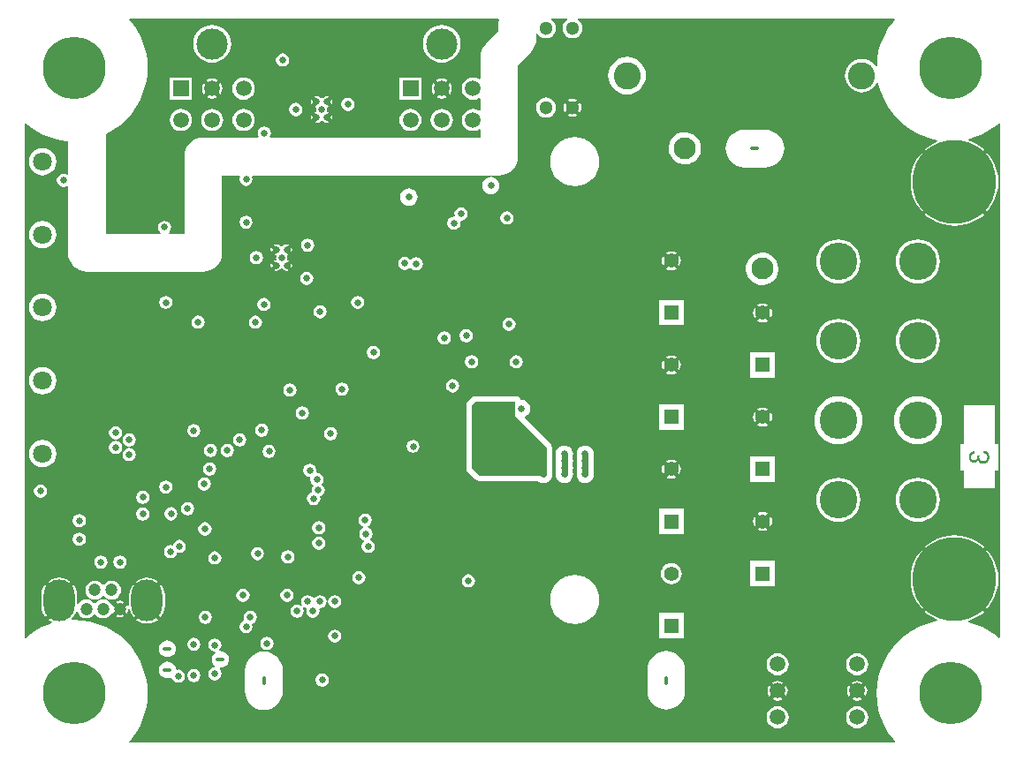
<source format=gbr>
%TF.GenerationSoftware,Altium Limited,Altium Designer,22.0.2 (36)*%
G04 Layer_Physical_Order=3*
G04 Layer_Color=16440176*
%FSLAX45Y45*%
%MOMM*%
%TF.SameCoordinates,8084254D-3EA1-499E-96B0-688E0DB6412D*%
%TF.FilePolarity,Positive*%
%TF.FileFunction,Copper,L3,Inr,Signal*%
%TF.Part,Single*%
G01*
G75*
%TA.AperFunction,Conductor*%
%ADD18C,0.60000*%
%TA.AperFunction,ComponentPad*%
%ADD21C,1.80000*%
%ADD22C,1.40000*%
%ADD23R,1.40000X1.40000*%
%ADD24C,1.20000*%
%ADD25O,3.00000X4.00000*%
%ADD26O,0.80000X0.40000*%
%ADD27C,0.65000*%
%ADD28C,8.00000*%
%ADD29C,3.60000*%
%ADD30C,2.60000*%
%ADD31C,2.10000*%
%ADD32C,2.99999*%
%ADD33R,1.52000X1.52000*%
%ADD34C,1.52000*%
%ADD35C,1.50000*%
%ADD36C,1.30000*%
%TA.AperFunction,ViaPad*%
%ADD37C,6.00000*%
%TA.AperFunction,WasherPad*%
%ADD38O,0.40000X0.80000*%
%ADD39O,0.80000X0.40000*%
%TA.AperFunction,ViaPad*%
%ADD40C,0.65000*%
G36*
X8368197Y6962919D02*
X8347941Y6940253D01*
X8302120Y6875673D01*
X8263817Y6806370D01*
X8233514Y6733214D01*
X8211593Y6657124D01*
X8198330Y6579059D01*
X8195016Y6520053D01*
X8189198Y6517112D01*
X8182083Y6516266D01*
X8163685Y6538685D01*
X8139322Y6558679D01*
X8111526Y6573536D01*
X8081366Y6582685D01*
X8050000Y6585774D01*
X8018635Y6582685D01*
X7988475Y6573536D01*
X7960679Y6558679D01*
X7936316Y6538685D01*
X7916322Y6514321D01*
X7901465Y6486526D01*
X7892315Y6456366D01*
X7889226Y6425000D01*
X7892315Y6393635D01*
X7901465Y6363474D01*
X7916322Y6335679D01*
X7936316Y6311316D01*
X7960679Y6291321D01*
X7988475Y6276464D01*
X8018635Y6267315D01*
X8050000Y6264226D01*
X8081366Y6267315D01*
X8111526Y6276464D01*
X8139322Y6291321D01*
X8163685Y6311316D01*
X8183679Y6335679D01*
X8196013Y6358755D01*
X8209262Y6356599D01*
X8211593Y6342876D01*
X8233514Y6266786D01*
X8263817Y6193630D01*
X8302120Y6124327D01*
X8347941Y6059747D01*
X8400705Y6000704D01*
X8459748Y5947940D01*
X8524327Y5902119D01*
X8593631Y5863816D01*
X8666787Y5833514D01*
X8742876Y5811593D01*
X8776978Y5805799D01*
X8777360Y5800997D01*
X8776260Y5793039D01*
X8728550Y5769511D01*
X8682772Y5738923D01*
X8656448Y5715838D01*
X8939001Y5433285D01*
X9221553Y5715837D01*
X9195229Y5738923D01*
X9149451Y5769511D01*
X9100072Y5793862D01*
X9073163Y5802997D01*
X9073474Y5816303D01*
X9133214Y5833514D01*
X9206370Y5863816D01*
X9275674Y5902119D01*
X9340253Y5947940D01*
X9362920Y5968196D01*
X9374512Y5963009D01*
Y1036991D01*
X9362920Y1031804D01*
X9340253Y1052060D01*
X9275674Y1097881D01*
X9206370Y1136184D01*
X9133214Y1166486D01*
X9073473Y1183697D01*
X9073162Y1197003D01*
X9100072Y1206138D01*
X9149451Y1230489D01*
X9195229Y1261077D01*
X9221554Y1284163D01*
X8939001Y1566715D01*
X8656448Y1284163D01*
X8682772Y1261077D01*
X8728550Y1230489D01*
X8776260Y1206961D01*
X8777361Y1199007D01*
X8776978Y1194201D01*
X8742876Y1188407D01*
X8666787Y1166486D01*
X8593631Y1136184D01*
X8524327Y1097881D01*
X8459748Y1052060D01*
X8400705Y999296D01*
X8347941Y940253D01*
X8302120Y875673D01*
X8263817Y806370D01*
X8233514Y733214D01*
X8211593Y657124D01*
X8198330Y579059D01*
X8193890Y500000D01*
X8198330Y420941D01*
X8211593Y342876D01*
X8233514Y266786D01*
X8263817Y193630D01*
X8302120Y124327D01*
X8347941Y59747D01*
X8368197Y37081D01*
X8363009Y25488D01*
X1036991D01*
X1031804Y37081D01*
X1052060Y59747D01*
X1097881Y124327D01*
X1136184Y193630D01*
X1166486Y266786D01*
X1188407Y342876D01*
X1201671Y420941D01*
X1206111Y500000D01*
X1201671Y579059D01*
X1188407Y657124D01*
X1166486Y733214D01*
X1136184Y806370D01*
X1097881Y875673D01*
X1052060Y940253D01*
X999296Y999296D01*
X940253Y1052060D01*
X875673Y1097881D01*
X806370Y1136184D01*
X733214Y1166486D01*
X657124Y1188407D01*
X579059Y1201671D01*
X500000Y1206111D01*
X482673Y1205138D01*
X478061Y1216971D01*
X480791Y1219210D01*
X502034Y1245096D01*
X517820Y1274629D01*
X520509Y1283492D01*
X521359Y1283709D01*
X533690Y1283193D01*
X541386Y1264612D01*
X555812Y1245811D01*
X574613Y1231385D01*
X596506Y1222317D01*
X620001Y1219224D01*
X643496Y1222317D01*
X665389Y1231385D01*
X684189Y1245811D01*
X691997Y1255986D01*
X708005D01*
X715812Y1245811D01*
X734613Y1231385D01*
X756506Y1222317D01*
X780001Y1219224D01*
X803495Y1222317D01*
X825389Y1231385D01*
X844189Y1245811D01*
X858615Y1264612D01*
X859046Y1265652D01*
X867576Y1265860D01*
X911716Y1310000D01*
X867577Y1354140D01*
X859046Y1354348D01*
X858615Y1355388D01*
X844189Y1374189D01*
X825389Y1388614D01*
X803495Y1397683D01*
X780001Y1400776D01*
X756506Y1397683D01*
X734613Y1388614D01*
X715812Y1374189D01*
X708005Y1364014D01*
X691997D01*
X684189Y1374189D01*
X665389Y1388614D01*
X643496Y1397683D01*
X620001Y1400776D01*
X596506Y1397683D01*
X574613Y1388614D01*
X555812Y1374189D01*
X543523Y1358173D01*
X531188Y1361210D01*
X530823Y1361418D01*
Y1440000D01*
X527541Y1473326D01*
X517820Y1505371D01*
X502034Y1534904D01*
X493540Y1545254D01*
X374143Y1425858D01*
X360001Y1440000D01*
X345859Y1425858D01*
X226462Y1545254D01*
X217967Y1534904D01*
X202181Y1505371D01*
X192461Y1473326D01*
X189178Y1440000D01*
Y1340000D01*
X192461Y1306674D01*
X202181Y1274629D01*
X217967Y1245096D01*
X226462Y1234746D01*
X345859Y1354142D01*
X374143Y1325858D01*
X254746Y1206461D01*
X265097Y1197967D01*
X287891Y1185783D01*
X286452Y1172152D01*
X266786Y1166486D01*
X193630Y1136184D01*
X124327Y1097881D01*
X59747Y1052060D01*
X37081Y1031804D01*
X25488Y1036991D01*
Y5963009D01*
X37081Y5968196D01*
X59747Y5947940D01*
X124327Y5902119D01*
X193630Y5863816D01*
X266786Y5833514D01*
X342876Y5811593D01*
X420941Y5798329D01*
X444130Y5797027D01*
Y5479153D01*
X432929Y5473166D01*
X424387Y5478874D01*
X400000Y5483725D01*
X375614Y5478874D01*
X354940Y5465060D01*
X341127Y5444386D01*
X336276Y5420000D01*
X341127Y5395614D01*
X354940Y5374940D01*
X375614Y5361126D01*
X400000Y5356276D01*
X424387Y5361126D01*
X432929Y5366834D01*
X444130Y5360847D01*
Y4725000D01*
X447605Y4689714D01*
X457898Y4655784D01*
X474612Y4624514D01*
X497105Y4597105D01*
X524514Y4574612D01*
X555784Y4557897D01*
X589714Y4547605D01*
X625001Y4544129D01*
X1740000D01*
X1775287Y4547605D01*
X1809217Y4557897D01*
X1840487Y4574612D01*
X1867895Y4597105D01*
X1890389Y4624514D01*
X1907103Y4655784D01*
X1917396Y4689714D01*
X1920871Y4725000D01*
Y5469129D01*
X2087507D01*
X2093494Y5457929D01*
X2091127Y5454386D01*
X2086276Y5430000D01*
X2091127Y5405614D01*
X2104940Y5384940D01*
X2125614Y5371126D01*
X2150001Y5366276D01*
X2174387Y5371126D01*
X2195061Y5384940D01*
X2208874Y5405614D01*
X2213725Y5430000D01*
X2208874Y5454386D01*
X2206507Y5457929D01*
X2212494Y5469129D01*
X4575001D01*
X4610287Y5472605D01*
X4644217Y5482897D01*
X4675487Y5499612D01*
X4702896Y5522105D01*
X4725389Y5549514D01*
X4742103Y5580784D01*
X4752396Y5614714D01*
X4755871Y5650000D01*
Y6525081D01*
X4877896Y6647105D01*
X4900389Y6674514D01*
X4917103Y6705784D01*
X4927396Y6739714D01*
X4930871Y6775000D01*
Y6824149D01*
X4943571Y6828460D01*
X4955246Y6813246D01*
X4975091Y6798018D01*
X4998201Y6788446D01*
X5023000Y6785181D01*
X5047800Y6788446D01*
X5070910Y6798018D01*
X5090755Y6813246D01*
X5105982Y6833090D01*
X5115555Y6856200D01*
X5118820Y6881000D01*
X5115555Y6905800D01*
X5105982Y6928910D01*
X5090755Y6948755D01*
X5073740Y6961811D01*
X5076930Y6974433D01*
X5076975Y6974511D01*
X5223026D01*
X5223071Y6974433D01*
X5226261Y6961811D01*
X5209246Y6948755D01*
X5194018Y6928910D01*
X5184446Y6905800D01*
X5181181Y6881000D01*
X5184446Y6856200D01*
X5194018Y6833090D01*
X5209246Y6813246D01*
X5229091Y6798018D01*
X5252201Y6788446D01*
X5277000Y6785181D01*
X5301800Y6788446D01*
X5324910Y6798018D01*
X5344755Y6813246D01*
X5359982Y6833090D01*
X5369555Y6856200D01*
X5372820Y6881000D01*
X5369555Y6905800D01*
X5359982Y6928910D01*
X5344755Y6948755D01*
X5327739Y6961811D01*
X5330930Y6974433D01*
X5330975Y6974511D01*
X8363009Y6974512D01*
X8368197Y6962919D01*
D02*
G37*
G36*
X4573826Y6964310D02*
X4572605Y6960286D01*
X4569130Y6925000D01*
Y6849919D01*
X4447105Y6727895D01*
X4424612Y6700487D01*
X4407898Y6669217D01*
X4397605Y6635286D01*
X4394130Y6600000D01*
Y6394922D01*
X4382739Y6389305D01*
X4378458Y6392591D01*
X4352672Y6403271D01*
X4325000Y6406915D01*
X4297329Y6403271D01*
X4271543Y6392591D01*
X4249400Y6375600D01*
X4232410Y6353457D01*
X4221729Y6327672D01*
X4218086Y6300000D01*
X4221729Y6272329D01*
X4232410Y6246543D01*
X4249400Y6224400D01*
X4271543Y6207409D01*
X4297329Y6196729D01*
X4325000Y6193086D01*
X4352672Y6196729D01*
X4378458Y6207409D01*
X4382739Y6210695D01*
X4394130Y6205078D01*
Y6094923D01*
X4382739Y6089306D01*
X4378458Y6092591D01*
X4352672Y6103272D01*
X4325000Y6106915D01*
X4297329Y6103272D01*
X4271543Y6092591D01*
X4249400Y6075601D01*
X4232410Y6053458D01*
X4221729Y6027672D01*
X4218086Y6000001D01*
X4221729Y5972329D01*
X4232410Y5946544D01*
X4249400Y5924401D01*
X4271543Y5907410D01*
X4297329Y5896729D01*
X4325000Y5893086D01*
X4352672Y5896729D01*
X4378458Y5907410D01*
X4382739Y5910696D01*
X4394130Y5905078D01*
Y5830871D01*
X2384153D01*
X2378166Y5842072D01*
X2383874Y5850614D01*
X2388725Y5875000D01*
X2383874Y5899386D01*
X2370061Y5920060D01*
X2349387Y5933874D01*
X2325000Y5938725D01*
X2300614Y5933874D01*
X2279940Y5920060D01*
X2266127Y5899386D01*
X2261276Y5875000D01*
X2266127Y5850614D01*
X2271834Y5842072D01*
X2265848Y5830871D01*
X1740000D01*
X1704714Y5827396D01*
X1670784Y5817103D01*
X1639514Y5800389D01*
X1612105Y5777895D01*
X1589612Y5750487D01*
X1572898Y5719216D01*
X1562605Y5685286D01*
X1559129Y5650000D01*
Y4905871D01*
X1409381D01*
X1405529Y4918571D01*
X1415060Y4924940D01*
X1428874Y4945614D01*
X1433725Y4970000D01*
X1428874Y4994387D01*
X1415060Y5015060D01*
X1394387Y5028874D01*
X1370000Y5033725D01*
X1345614Y5028874D01*
X1324940Y5015060D01*
X1311126Y4994387D01*
X1306276Y4970000D01*
X1311126Y4945614D01*
X1324940Y4924940D01*
X1334472Y4918571D01*
X1330619Y4905871D01*
X805871D01*
Y5863610D01*
X806370Y5863816D01*
X875673Y5902119D01*
X940253Y5947940D01*
X999296Y6000704D01*
X1052060Y6059747D01*
X1097881Y6124327D01*
X1136184Y6193630D01*
X1166486Y6266786D01*
X1188407Y6342876D01*
X1201671Y6420941D01*
X1206111Y6500000D01*
X1201671Y6579059D01*
X1188407Y6657124D01*
X1166486Y6733214D01*
X1136184Y6806370D01*
X1097881Y6875673D01*
X1052060Y6940253D01*
X1031804Y6962919D01*
X1036992Y6974511D01*
X4566260Y6974511D01*
X4573826Y6964310D01*
D02*
G37*
%LPC*%
G36*
X5800000Y6605871D02*
X5764714Y6602395D01*
X5730784Y6592103D01*
X5699514Y6575389D01*
X5672105Y6552895D01*
X5649612Y6525487D01*
X5632898Y6494216D01*
X5622605Y6460286D01*
X5619129Y6425000D01*
X5622605Y6389714D01*
X5632898Y6355784D01*
X5649612Y6324514D01*
X5672105Y6297105D01*
X5699514Y6274612D01*
X5730784Y6257897D01*
X5764714Y6247605D01*
X5800000Y6244129D01*
X5835287Y6247605D01*
X5869217Y6257897D01*
X5900487Y6274612D01*
X5927895Y6297105D01*
X5950389Y6324514D01*
X5967103Y6355784D01*
X5977396Y6389714D01*
X5980871Y6425000D01*
X5977396Y6460286D01*
X5967103Y6494216D01*
X5950389Y6525487D01*
X5927895Y6552895D01*
X5900487Y6575389D01*
X5869217Y6592103D01*
X5835287Y6602395D01*
X5800000Y6605871D01*
D02*
G37*
G36*
X5277000Y6204734D02*
X5254811Y6201812D01*
X5234134Y6193247D01*
X5232382Y6191903D01*
X5277000Y6147285D01*
X5321619Y6191903D01*
X5319867Y6193247D01*
X5299190Y6201812D01*
X5277000Y6204734D01*
D02*
G37*
G36*
X5349903Y6163619D02*
X5305285Y6119000D01*
X5349903Y6074382D01*
X5351248Y6076133D01*
X5359812Y6096811D01*
X5362734Y6119000D01*
X5359812Y6141190D01*
X5351248Y6161867D01*
X5349903Y6163619D01*
D02*
G37*
G36*
X5204097D02*
X5202753Y6161867D01*
X5194188Y6141190D01*
X5191267Y6119000D01*
X5194188Y6096811D01*
X5202753Y6076133D01*
X5204097Y6074382D01*
X5248716Y6119000D01*
X5204097Y6163619D01*
D02*
G37*
G36*
X5277000Y6090716D02*
X5232382Y6046097D01*
X5234134Y6044753D01*
X5254811Y6036188D01*
X5277000Y6033267D01*
X5299190Y6036188D01*
X5319867Y6044753D01*
X5321619Y6046097D01*
X5277000Y6090716D01*
D02*
G37*
G36*
X5023000Y6214820D02*
X4998201Y6211555D01*
X4975091Y6201982D01*
X4955246Y6186755D01*
X4940018Y6166910D01*
X4930446Y6143800D01*
X4927181Y6119000D01*
X4930446Y6094200D01*
X4940018Y6071090D01*
X4955246Y6051246D01*
X4975091Y6036018D01*
X4998201Y6026446D01*
X5023000Y6023181D01*
X5047800Y6026446D01*
X5070910Y6036018D01*
X5090755Y6051246D01*
X5105982Y6071090D01*
X5115555Y6094200D01*
X5118820Y6119000D01*
X5115555Y6143800D01*
X5105982Y6166910D01*
X5090755Y6186755D01*
X5070910Y6201982D01*
X5047800Y6211555D01*
X5023000Y6214820D01*
D02*
G37*
G36*
X6344038Y5883215D02*
X6313914Y5878241D01*
X6285339Y5867486D01*
X6259410Y5851363D01*
X6237126Y5830491D01*
X6219342Y5805673D01*
X6206741Y5777862D01*
X6199808Y5748128D01*
X6198809Y5717611D01*
X6203782Y5687487D01*
X6214537Y5658912D01*
X6230660Y5632983D01*
X6251532Y5610699D01*
X6276350Y5592915D01*
X6304161Y5580314D01*
X6333895Y5573381D01*
X6364412Y5572382D01*
X6394536Y5577355D01*
X6423111Y5588110D01*
X6449040Y5604233D01*
X6471324Y5625105D01*
X6489108Y5649923D01*
X6501709Y5677734D01*
X6508643Y5707468D01*
X6509642Y5737985D01*
X6504668Y5768109D01*
X6493913Y5796684D01*
X6477790Y5822613D01*
X6456918Y5844897D01*
X6432100Y5862681D01*
X6404289Y5875282D01*
X6374555Y5882216D01*
X6344038Y5883215D01*
D02*
G37*
G36*
X7125000Y5905871D02*
X6925000D01*
X6889714Y5902395D01*
X6855784Y5892103D01*
X6824514Y5875389D01*
X6797105Y5852895D01*
X6774612Y5825486D01*
X6757898Y5794216D01*
X6747605Y5760286D01*
X6744130Y5725000D01*
X6747605Y5689714D01*
X6757898Y5655784D01*
X6774612Y5624514D01*
X6797105Y5597105D01*
X6824514Y5574611D01*
X6855784Y5557897D01*
X6889714Y5547605D01*
X6925000Y5544129D01*
X7125000D01*
X7160287Y5547605D01*
X7194217Y5557897D01*
X7225487Y5574611D01*
X7252896Y5597105D01*
X7275389Y5624514D01*
X7292103Y5655784D01*
X7302396Y5689714D01*
X7305871Y5725000D01*
X7302396Y5760286D01*
X7292103Y5794216D01*
X7275389Y5825486D01*
X7252896Y5852895D01*
X7225487Y5875389D01*
X7194217Y5892103D01*
X7160287Y5902395D01*
X7125000Y5905871D01*
D02*
G37*
G36*
X200000Y5731122D02*
X166064Y5726654D01*
X134439Y5713555D01*
X107283Y5692717D01*
X86446Y5665561D01*
X73347Y5633937D01*
X68879Y5600000D01*
X73347Y5566064D01*
X86446Y5534439D01*
X107283Y5507283D01*
X134439Y5486445D01*
X166064Y5473346D01*
X200000Y5468879D01*
X233937Y5473346D01*
X265561Y5486445D01*
X292717Y5507283D01*
X313555Y5534439D01*
X326654Y5566064D01*
X331122Y5600000D01*
X326654Y5633937D01*
X313555Y5665561D01*
X292717Y5692717D01*
X265561Y5713555D01*
X233937Y5726654D01*
X200000Y5731122D01*
D02*
G37*
G36*
X5300000Y5836137D02*
X5253932Y5831600D01*
X5209635Y5818162D01*
X5168810Y5796341D01*
X5133026Y5766974D01*
X5103660Y5731191D01*
X5081838Y5690366D01*
X5068401Y5646068D01*
X5063863Y5600000D01*
X5068401Y5553932D01*
X5081838Y5509635D01*
X5103660Y5468809D01*
X5133026Y5433026D01*
X5168810Y5403659D01*
X5209635Y5381838D01*
X5253932Y5368400D01*
X5300000Y5363863D01*
X5346068Y5368400D01*
X5390366Y5381838D01*
X5431191Y5403659D01*
X5466974Y5433026D01*
X5496341Y5468809D01*
X5518162Y5509635D01*
X5531600Y5553932D01*
X5536137Y5600000D01*
X5531600Y5646068D01*
X5518162Y5690366D01*
X5496341Y5731191D01*
X5466974Y5766974D01*
X5431191Y5796341D01*
X5390366Y5818162D01*
X5346068Y5831600D01*
X5300000Y5836137D01*
D02*
G37*
G36*
X4495000Y5453212D02*
X4473463Y5450377D01*
X4453394Y5442064D01*
X4436161Y5428840D01*
X4422937Y5411606D01*
X4414624Y5391537D01*
X4411788Y5370000D01*
X4414624Y5348463D01*
X4422937Y5328394D01*
X4436161Y5311161D01*
X4453394Y5297937D01*
X4473463Y5289624D01*
X4495000Y5286788D01*
X4516537Y5289624D01*
X4536606Y5297937D01*
X4553840Y5311161D01*
X4567064Y5328394D01*
X4575377Y5348463D01*
X4578212Y5370000D01*
X4575377Y5391537D01*
X4567064Y5411606D01*
X4553840Y5428840D01*
X4536606Y5442064D01*
X4516537Y5450377D01*
X4495000Y5453212D01*
D02*
G37*
G36*
X3710000Y5343212D02*
X3688464Y5340377D01*
X3668394Y5332064D01*
X3651161Y5318840D01*
X3637937Y5301606D01*
X3629624Y5281537D01*
X3626789Y5260000D01*
X3629624Y5238463D01*
X3637937Y5218394D01*
X3651161Y5201161D01*
X3668394Y5187937D01*
X3688464Y5179624D01*
X3710000Y5176788D01*
X3731537Y5179624D01*
X3751606Y5187937D01*
X3768840Y5201161D01*
X3782064Y5218394D01*
X3790377Y5238463D01*
X3793212Y5260000D01*
X3790377Y5281537D01*
X3782064Y5301606D01*
X3768840Y5318840D01*
X3751606Y5332064D01*
X3731537Y5340377D01*
X3710000Y5343212D01*
D02*
G37*
G36*
X9249838Y5687553D02*
X8967285Y5405001D01*
X9249838Y5122448D01*
X9272924Y5148772D01*
X9303512Y5194549D01*
X9327862Y5243928D01*
X9345560Y5296063D01*
X9356301Y5350061D01*
X9359902Y5405000D01*
X9356301Y5459939D01*
X9345560Y5513937D01*
X9327862Y5566072D01*
X9303512Y5615451D01*
X9272924Y5661228D01*
X9249838Y5687553D01*
D02*
G37*
G36*
X8628164Y5687554D02*
X8605077Y5661228D01*
X8574490Y5615451D01*
X8550139Y5566072D01*
X8532441Y5513937D01*
X8521701Y5459939D01*
X8518100Y5405000D01*
X8521701Y5350061D01*
X8532441Y5296063D01*
X8550139Y5243928D01*
X8574490Y5194549D01*
X8605077Y5148772D01*
X8628163Y5122447D01*
X8910716Y5405001D01*
X8628164Y5687554D01*
D02*
G37*
G36*
X4650000Y5123725D02*
X4625614Y5118874D01*
X4604940Y5105060D01*
X4591126Y5084386D01*
X4586276Y5060000D01*
X4591126Y5035614D01*
X4604940Y5014940D01*
X4625614Y5001126D01*
X4650000Y4996276D01*
X4674387Y5001126D01*
X4695060Y5014940D01*
X4708874Y5035614D01*
X4713725Y5060000D01*
X4708874Y5084386D01*
X4695060Y5105060D01*
X4674387Y5118874D01*
X4650000Y5123725D01*
D02*
G37*
G36*
X8939001Y5376716D02*
X8656448Y5094163D01*
X8682772Y5071077D01*
X8728550Y5040489D01*
X8777929Y5016138D01*
X8830063Y4998441D01*
X8884062Y4987700D01*
X8939001Y4984099D01*
X8993939Y4987700D01*
X9047938Y4998441D01*
X9100072Y5016138D01*
X9149451Y5040489D01*
X9195229Y5071077D01*
X9221554Y5094163D01*
X8939001Y5376716D01*
D02*
G37*
G36*
X2150001Y5083725D02*
X2125614Y5078874D01*
X2104940Y5065060D01*
X2091127Y5044386D01*
X2086276Y5020000D01*
X2091127Y4995614D01*
X2104940Y4974940D01*
X2125614Y4961126D01*
X2150001Y4956276D01*
X2174387Y4961126D01*
X2195061Y4974940D01*
X2208874Y4995614D01*
X2213725Y5020000D01*
X2208874Y5044386D01*
X2195061Y5065060D01*
X2174387Y5078874D01*
X2150001Y5083725D01*
D02*
G37*
G36*
X4210000Y5163725D02*
X4185614Y5158874D01*
X4164940Y5145060D01*
X4151127Y5124386D01*
X4146276Y5100000D01*
X4149294Y5084825D01*
X4140000Y5073725D01*
X4115614Y5068874D01*
X4094940Y5055060D01*
X4081126Y5034386D01*
X4076276Y5010000D01*
X4081126Y4985614D01*
X4094940Y4964940D01*
X4115614Y4951126D01*
X4140000Y4946276D01*
X4164387Y4951126D01*
X4185060Y4964940D01*
X4198874Y4985614D01*
X4203725Y5010000D01*
X4200706Y5025175D01*
X4210001Y5036276D01*
X4234387Y5041126D01*
X4255061Y5054940D01*
X4268874Y5075614D01*
X4273725Y5100000D01*
X4268874Y5124386D01*
X4255061Y5145060D01*
X4234387Y5158874D01*
X4210000Y5163725D01*
D02*
G37*
G36*
X2540000Y4808529D02*
X2519516Y4804454D01*
X2502150Y4792850D01*
X2497637Y4786097D01*
X2482363D01*
X2477851Y4792850D01*
X2460485Y4804454D01*
X2440000Y4808529D01*
X2419516Y4804454D01*
X2419105Y4804180D01*
X2454143Y4769142D01*
X2440001Y4755000D01*
X2454143Y4740858D01*
X2419106Y4705821D01*
X2419516Y4705546D01*
X2429207Y4703619D01*
X2439891Y4700665D01*
X2438426Y4689822D01*
X2436472Y4680000D01*
X2438426Y4670178D01*
X2439891Y4659335D01*
X2429207Y4656381D01*
X2419516Y4654454D01*
X2419106Y4654180D01*
X2454143Y4619142D01*
X2440001Y4605000D01*
X2454143Y4590858D01*
X2419106Y4555820D01*
X2419516Y4555546D01*
X2440000Y4551471D01*
X2460485Y4555546D01*
X2477851Y4567150D01*
X2482363Y4573903D01*
X2497637D01*
X2502150Y4567150D01*
X2519516Y4555546D01*
X2540000Y4551471D01*
X2560485Y4555546D01*
X2560896Y4555821D01*
X2525858Y4590858D01*
X2540001Y4605000D01*
X2525858Y4619142D01*
X2560895Y4654179D01*
X2560485Y4654454D01*
X2550794Y4656381D01*
X2540109Y4659335D01*
X2541575Y4670178D01*
X2543529Y4680000D01*
X2541575Y4689822D01*
X2540109Y4700665D01*
X2550794Y4703619D01*
X2560485Y4705546D01*
X2560895Y4705821D01*
X2525858Y4740858D01*
X2540001Y4755000D01*
X2525858Y4769142D01*
X2560896Y4804179D01*
X2560485Y4804454D01*
X2540000Y4808529D01*
D02*
G37*
G36*
X200000Y5031122D02*
X166064Y5026654D01*
X134439Y5013555D01*
X107283Y4992717D01*
X86446Y4965561D01*
X73347Y4933937D01*
X68879Y4900000D01*
X73347Y4866063D01*
X86446Y4834439D01*
X107283Y4807283D01*
X134439Y4786445D01*
X166064Y4773346D01*
X200000Y4768878D01*
X233937Y4773346D01*
X265561Y4786445D01*
X292717Y4807283D01*
X313555Y4834439D01*
X326654Y4866063D01*
X331122Y4900000D01*
X326654Y4933937D01*
X313555Y4965561D01*
X292717Y4992717D01*
X265561Y5013555D01*
X233937Y5026654D01*
X200000Y5031122D01*
D02*
G37*
G36*
X2740000Y4863725D02*
X2715614Y4858874D01*
X2694940Y4845060D01*
X2681126Y4824386D01*
X2676276Y4800000D01*
X2681126Y4775614D01*
X2694940Y4754940D01*
X2715614Y4741126D01*
X2740000Y4736276D01*
X2764387Y4741126D01*
X2785060Y4754940D01*
X2798874Y4775614D01*
X2803725Y4800000D01*
X2798874Y4824386D01*
X2785060Y4845060D01*
X2764387Y4858874D01*
X2740000Y4863725D01*
D02*
G37*
G36*
X2589180Y4775895D02*
X2568285Y4755000D01*
X2589180Y4734105D01*
X2589454Y4734516D01*
X2593529Y4755000D01*
X2589454Y4775484D01*
X2589180Y4775895D01*
D02*
G37*
G36*
X2390821Y4775895D02*
X2390547Y4775484D01*
X2386472Y4755000D01*
X2390547Y4734516D01*
X2390821Y4734105D01*
X2411716Y4755000D01*
X2390821Y4775895D01*
D02*
G37*
G36*
X6225001Y4740776D02*
X6201506Y4737683D01*
X6179612Y4728615D01*
X6176817Y4726469D01*
X6225001Y4678286D01*
X6273185Y4726469D01*
X6270389Y4728615D01*
X6248495Y4737683D01*
X6225001Y4740776D01*
D02*
G37*
G36*
X2249990Y4743722D02*
X2225604Y4738872D01*
X2204930Y4725058D01*
X2191116Y4704384D01*
X2186265Y4679998D01*
X2191116Y4655611D01*
X2204930Y4634938D01*
X2225604Y4621124D01*
X2249990Y4616273D01*
X2274376Y4621124D01*
X2295050Y4634938D01*
X2308864Y4655611D01*
X2313714Y4679998D01*
X2308864Y4704384D01*
X2295050Y4725058D01*
X2274376Y4738872D01*
X2249990Y4743722D01*
D02*
G37*
G36*
X6301469Y4698185D02*
X6253285Y4650001D01*
X6301470Y4601816D01*
X6303615Y4604612D01*
X6312684Y4626505D01*
X6315777Y4650000D01*
X6312684Y4673495D01*
X6303615Y4695388D01*
X6301469Y4698185D01*
D02*
G37*
G36*
X6148532D02*
X6146386Y4695388D01*
X6137317Y4673495D01*
X6134224Y4650000D01*
X6137317Y4626505D01*
X6146386Y4604612D01*
X6148531Y4601816D01*
X6196716Y4650001D01*
X6148532Y4698185D01*
D02*
G37*
G36*
X2589180Y4625895D02*
X2568285Y4605000D01*
X2589180Y4584105D01*
X2589454Y4584516D01*
X2593529Y4605000D01*
X2589454Y4625484D01*
X2589180Y4625895D01*
D02*
G37*
G36*
X2390821Y4625895D02*
X2390547Y4625484D01*
X2386472Y4605000D01*
X2390547Y4584516D01*
X2390821Y4584105D01*
X2411716Y4605000D01*
X2390821Y4625895D01*
D02*
G37*
G36*
X6225001Y4621717D02*
X6176815Y4573532D01*
X6179612Y4571386D01*
X6201506Y4562317D01*
X6225001Y4559224D01*
X6248495Y4562317D01*
X6270389Y4571386D01*
X6273186Y4573532D01*
X6225001Y4621717D01*
D02*
G37*
G36*
X3670001Y4688725D02*
X3645614Y4683874D01*
X3624940Y4670060D01*
X3611127Y4649386D01*
X3606276Y4625000D01*
X3611127Y4600614D01*
X3624940Y4579940D01*
X3645614Y4566126D01*
X3670001Y4561276D01*
X3694387Y4566126D01*
X3715061Y4579940D01*
X3717255Y4583225D01*
X3729955D01*
X3734940Y4575764D01*
X3755614Y4561950D01*
X3780001Y4557100D01*
X3804387Y4561950D01*
X3825061Y4575764D01*
X3838874Y4596438D01*
X3843725Y4620824D01*
X3838874Y4645211D01*
X3825061Y4665884D01*
X3804387Y4679698D01*
X3780001Y4684549D01*
X3755614Y4679698D01*
X3734940Y4665884D01*
X3732746Y4662600D01*
X3720046D01*
X3715061Y4670060D01*
X3694387Y4683874D01*
X3670001Y4688725D01*
D02*
G37*
G36*
X8587001Y4854016D02*
X8545834Y4849961D01*
X8506248Y4837953D01*
X8469766Y4818453D01*
X8437790Y4792211D01*
X8411547Y4760234D01*
X8392047Y4723752D01*
X8380039Y4684167D01*
X8375985Y4643000D01*
X8380039Y4601833D01*
X8392047Y4562248D01*
X8411547Y4525766D01*
X8437790Y4493789D01*
X8469766Y4467547D01*
X8506248Y4448047D01*
X8545834Y4436039D01*
X8587001Y4431984D01*
X8628168Y4436039D01*
X8667753Y4448047D01*
X8704235Y4467547D01*
X8736211Y4493789D01*
X8762454Y4525766D01*
X8781954Y4562248D01*
X8793962Y4601833D01*
X8798016Y4643000D01*
X8793962Y4684167D01*
X8781954Y4723752D01*
X8762454Y4760234D01*
X8736211Y4792211D01*
X8704235Y4818453D01*
X8667753Y4837953D01*
X8628168Y4849961D01*
X8587001Y4854016D01*
D02*
G37*
G36*
X7825001D02*
X7783834Y4849961D01*
X7744248Y4837953D01*
X7707766Y4818453D01*
X7675790Y4792211D01*
X7649547Y4760234D01*
X7630047Y4723752D01*
X7618039Y4684167D01*
X7613985Y4643000D01*
X7618039Y4601833D01*
X7630047Y4562248D01*
X7649547Y4525766D01*
X7675790Y4493789D01*
X7707766Y4467547D01*
X7744248Y4448047D01*
X7783834Y4436039D01*
X7825001Y4431984D01*
X7866168Y4436039D01*
X7905753Y4448047D01*
X7942235Y4467547D01*
X7974211Y4493789D01*
X8000454Y4525766D01*
X8019954Y4562248D01*
X8031962Y4601833D01*
X8036016Y4643000D01*
X8031962Y4684167D01*
X8019954Y4723752D01*
X8000454Y4760234D01*
X7974211Y4792211D01*
X7942235Y4818453D01*
X7905753Y4837953D01*
X7866168Y4849961D01*
X7825001Y4854016D01*
D02*
G37*
G36*
X7085589Y4727619D02*
X7055465Y4722645D01*
X7026890Y4711890D01*
X7000961Y4695767D01*
X6978677Y4674895D01*
X6960893Y4650077D01*
X6948292Y4622266D01*
X6941358Y4592532D01*
X6940359Y4562016D01*
X6945333Y4531891D01*
X6956088Y4503316D01*
X6972211Y4477388D01*
X6993083Y4455103D01*
X7017901Y4437319D01*
X7045712Y4424718D01*
X7075446Y4417785D01*
X7105963Y4416786D01*
X7136087Y4421759D01*
X7164662Y4432514D01*
X7190591Y4448638D01*
X7212875Y4469509D01*
X7230659Y4494327D01*
X7243260Y4522138D01*
X7250194Y4551873D01*
X7251193Y4582389D01*
X7246219Y4612513D01*
X7235464Y4641089D01*
X7219341Y4667017D01*
X7198469Y4689301D01*
X7173651Y4707086D01*
X7145840Y4719687D01*
X7116106Y4726620D01*
X7085589Y4727619D01*
D02*
G37*
G36*
X2730000Y4543725D02*
X2705614Y4538874D01*
X2684940Y4525060D01*
X2671126Y4504386D01*
X2666276Y4480000D01*
X2671126Y4455614D01*
X2684940Y4434940D01*
X2705614Y4421126D01*
X2730000Y4416276D01*
X2754387Y4421126D01*
X2775060Y4434940D01*
X2788874Y4455614D01*
X2793725Y4480000D01*
X2788874Y4504386D01*
X2775060Y4525060D01*
X2754387Y4538874D01*
X2730000Y4543725D01*
D02*
G37*
G36*
X3220000Y4313725D02*
X3195614Y4308874D01*
X3174940Y4295060D01*
X3161127Y4274386D01*
X3156276Y4250000D01*
X3161127Y4225614D01*
X3174940Y4204940D01*
X3195614Y4191126D01*
X3220000Y4186276D01*
X3244387Y4191126D01*
X3265061Y4204940D01*
X3278874Y4225614D01*
X3283725Y4250000D01*
X3278874Y4274386D01*
X3265061Y4295060D01*
X3244387Y4308874D01*
X3220000Y4313725D01*
D02*
G37*
G36*
X1380000D02*
X1355614Y4308874D01*
X1334940Y4295060D01*
X1321126Y4274386D01*
X1316276Y4250000D01*
X1321126Y4225614D01*
X1334940Y4204940D01*
X1355614Y4191126D01*
X1380000Y4186276D01*
X1404387Y4191126D01*
X1425060Y4204940D01*
X1438874Y4225614D01*
X1443725Y4250000D01*
X1438874Y4274386D01*
X1425060Y4295060D01*
X1404387Y4308874D01*
X1380000Y4313725D01*
D02*
G37*
G36*
X7100001Y4240776D02*
X7076506Y4237683D01*
X7054612Y4228615D01*
X7051816Y4226469D01*
X7100000Y4178285D01*
X7148185Y4226469D01*
X7145389Y4228615D01*
X7123495Y4237683D01*
X7100001Y4240776D01*
D02*
G37*
G36*
X2320000Y4293725D02*
X2295614Y4288874D01*
X2274940Y4275060D01*
X2261127Y4254386D01*
X2256276Y4230000D01*
X2261127Y4205614D01*
X2274940Y4184940D01*
X2295614Y4171126D01*
X2320000Y4166276D01*
X2344387Y4171126D01*
X2365061Y4184940D01*
X2378874Y4205614D01*
X2383725Y4230000D01*
X2378874Y4254386D01*
X2365061Y4275060D01*
X2344387Y4288874D01*
X2320000Y4293725D01*
D02*
G37*
G36*
X7023532Y4198185D02*
X7021386Y4195388D01*
X7012317Y4173495D01*
X7009224Y4150000D01*
X7012317Y4126505D01*
X7021386Y4104612D01*
X7023531Y4101816D01*
X7071716Y4150001D01*
X7023532Y4198185D01*
D02*
G37*
G36*
X7176469Y4198185D02*
X7128284Y4150001D01*
X7176470Y4101816D01*
X7178615Y4104612D01*
X7187684Y4126505D01*
X7190777Y4150000D01*
X7187684Y4173495D01*
X7178615Y4195388D01*
X7176469Y4198185D01*
D02*
G37*
G36*
X2860000Y4223725D02*
X2835614Y4218874D01*
X2814940Y4205060D01*
X2801126Y4184386D01*
X2796276Y4160000D01*
X2801126Y4135614D01*
X2814940Y4114940D01*
X2835614Y4101126D01*
X2860000Y4096276D01*
X2884387Y4101126D01*
X2905060Y4114940D01*
X2918874Y4135614D01*
X2923725Y4160000D01*
X2918874Y4184386D01*
X2905060Y4205060D01*
X2884387Y4218874D01*
X2860000Y4223725D01*
D02*
G37*
G36*
X200000Y4331122D02*
X166064Y4326654D01*
X134440Y4313555D01*
X107283Y4292717D01*
X86446Y4265561D01*
X73347Y4233937D01*
X68879Y4200000D01*
X73347Y4166064D01*
X86446Y4134440D01*
X107283Y4107283D01*
X134440Y4086445D01*
X166064Y4073346D01*
X200000Y4068879D01*
X233937Y4073346D01*
X265561Y4086445D01*
X292717Y4107283D01*
X313555Y4134440D01*
X326654Y4166064D01*
X331122Y4200000D01*
X326654Y4233937D01*
X313555Y4265561D01*
X292717Y4292717D01*
X265561Y4313555D01*
X233937Y4326654D01*
X200000Y4331122D01*
D02*
G37*
G36*
X7100000Y4121716D02*
X7051815Y4073532D01*
X7054612Y4071386D01*
X7076506Y4062317D01*
X7100001Y4059224D01*
X7123495Y4062317D01*
X7145389Y4071386D01*
X7148185Y4073531D01*
X7100000Y4121716D01*
D02*
G37*
G36*
X6345000Y4270000D02*
X6105001D01*
Y4030000D01*
X6345000D01*
Y4270000D01*
D02*
G37*
G36*
X2240000Y4123725D02*
X2215614Y4118874D01*
X2194940Y4105060D01*
X2181126Y4084386D01*
X2176275Y4060000D01*
X2181126Y4035614D01*
X2194940Y4014940D01*
X2215614Y4001126D01*
X2240000Y3996275D01*
X2264386Y4001126D01*
X2285060Y4014940D01*
X2298874Y4035614D01*
X2303724Y4060000D01*
X2298874Y4084386D01*
X2285060Y4105060D01*
X2264386Y4118874D01*
X2240000Y4123725D01*
D02*
G37*
G36*
X1690000D02*
X1665614Y4118874D01*
X1644940Y4105060D01*
X1631126Y4084386D01*
X1626275Y4060000D01*
X1631126Y4035614D01*
X1644940Y4014940D01*
X1665614Y4001126D01*
X1690000Y3996275D01*
X1714386Y4001126D01*
X1735060Y4014940D01*
X1748874Y4035614D01*
X1753724Y4060000D01*
X1748874Y4084386D01*
X1735060Y4105060D01*
X1714386Y4118874D01*
X1690000Y4123725D01*
D02*
G37*
G36*
X4670000Y4103725D02*
X4645614Y4098874D01*
X4624940Y4085060D01*
X4611126Y4064386D01*
X4606276Y4040000D01*
X4611126Y4015614D01*
X4624940Y3994940D01*
X4645614Y3981126D01*
X4670000Y3976276D01*
X4694387Y3981126D01*
X4715060Y3994940D01*
X4728874Y4015614D01*
X4733725Y4040000D01*
X4728874Y4064386D01*
X4715060Y4085060D01*
X4694387Y4098874D01*
X4670000Y4103725D01*
D02*
G37*
G36*
X4260000Y3993725D02*
X4235614Y3988874D01*
X4214940Y3975060D01*
X4201126Y3954386D01*
X4196276Y3930000D01*
X4201126Y3905614D01*
X4214940Y3884940D01*
X4235614Y3871126D01*
X4260000Y3866275D01*
X4284387Y3871126D01*
X4305060Y3884940D01*
X4318874Y3905614D01*
X4323725Y3930000D01*
X4318874Y3954386D01*
X4305060Y3975060D01*
X4284387Y3988874D01*
X4260000Y3993725D01*
D02*
G37*
G36*
X4050001Y3973725D02*
X4025614Y3968874D01*
X4004940Y3955060D01*
X3991127Y3934386D01*
X3986276Y3910000D01*
X3991127Y3885614D01*
X4004940Y3864940D01*
X4025614Y3851126D01*
X4050001Y3846276D01*
X4074387Y3851126D01*
X4095061Y3864940D01*
X4108874Y3885614D01*
X4113725Y3910000D01*
X4108874Y3934386D01*
X4095061Y3955060D01*
X4074387Y3968874D01*
X4050001Y3973725D01*
D02*
G37*
G36*
X3370000Y3833725D02*
X3345614Y3828874D01*
X3324940Y3815060D01*
X3311126Y3794386D01*
X3306276Y3770000D01*
X3311126Y3745614D01*
X3324940Y3724940D01*
X3345614Y3711126D01*
X3370000Y3706276D01*
X3394387Y3711126D01*
X3415060Y3724940D01*
X3428874Y3745614D01*
X3433725Y3770000D01*
X3428874Y3794386D01*
X3415060Y3815060D01*
X3394387Y3828874D01*
X3370000Y3833725D01*
D02*
G37*
G36*
X6225001Y3740776D02*
X6201506Y3737683D01*
X6179612Y3728615D01*
X6176817Y3726469D01*
X6225001Y3678286D01*
X6273185Y3726469D01*
X6270389Y3728615D01*
X6248495Y3737683D01*
X6225001Y3740776D01*
D02*
G37*
G36*
X8587001Y4092016D02*
X8545834Y4087961D01*
X8506248Y4075953D01*
X8469766Y4056453D01*
X8437790Y4030211D01*
X8411547Y3998234D01*
X8392047Y3961752D01*
X8380039Y3922167D01*
X8375985Y3881000D01*
X8380039Y3839833D01*
X8392047Y3800248D01*
X8411547Y3763766D01*
X8437790Y3731789D01*
X8469766Y3705547D01*
X8506248Y3686047D01*
X8545834Y3674039D01*
X8587001Y3669984D01*
X8628168Y3674039D01*
X8667753Y3686047D01*
X8704235Y3705547D01*
X8736211Y3731789D01*
X8762454Y3763766D01*
X8781954Y3800248D01*
X8793962Y3839833D01*
X8798016Y3881000D01*
X8793962Y3922167D01*
X8781954Y3961752D01*
X8762454Y3998234D01*
X8736211Y4030211D01*
X8704235Y4056453D01*
X8667753Y4075953D01*
X8628168Y4087961D01*
X8587001Y4092016D01*
D02*
G37*
G36*
X7825001D02*
X7783834Y4087961D01*
X7744248Y4075953D01*
X7707766Y4056453D01*
X7675790Y4030211D01*
X7649547Y3998234D01*
X7630047Y3961752D01*
X7618039Y3922167D01*
X7613985Y3881000D01*
X7618039Y3839833D01*
X7630047Y3800248D01*
X7649547Y3763766D01*
X7675790Y3731789D01*
X7707766Y3705547D01*
X7744248Y3686047D01*
X7783834Y3674039D01*
X7825001Y3669984D01*
X7866168Y3674039D01*
X7905753Y3686047D01*
X7942235Y3705547D01*
X7974211Y3731789D01*
X8000454Y3763766D01*
X8019954Y3800248D01*
X8031962Y3839833D01*
X8036016Y3881000D01*
X8031962Y3922167D01*
X8019954Y3961752D01*
X8000454Y3998234D01*
X7974211Y4030211D01*
X7942235Y4056453D01*
X7905753Y4075953D01*
X7866168Y4087961D01*
X7825001Y4092016D01*
D02*
G37*
G36*
X4310001Y3744224D02*
X4285614Y3739374D01*
X4264940Y3725560D01*
X4251127Y3704886D01*
X4246276Y3680500D01*
X4251127Y3656113D01*
X4264940Y3635440D01*
X4285614Y3621626D01*
X4310001Y3616775D01*
X4334387Y3621626D01*
X4355061Y3635440D01*
X4368874Y3656113D01*
X4373725Y3680500D01*
X4368874Y3704886D01*
X4355061Y3725560D01*
X4334387Y3739374D01*
X4310001Y3744224D01*
D02*
G37*
G36*
X4740000Y3743725D02*
X4715614Y3738874D01*
X4694940Y3725060D01*
X4681126Y3704386D01*
X4676275Y3680000D01*
X4681126Y3655614D01*
X4694940Y3634940D01*
X4715614Y3621126D01*
X4740000Y3616275D01*
X4764386Y3621126D01*
X4785060Y3634940D01*
X4798874Y3655614D01*
X4803724Y3680000D01*
X4798874Y3704386D01*
X4785060Y3725060D01*
X4764386Y3738874D01*
X4740000Y3743725D01*
D02*
G37*
G36*
X6301469Y3698185D02*
X6253285Y3650001D01*
X6301470Y3601816D01*
X6303615Y3604612D01*
X6312684Y3626505D01*
X6315777Y3650000D01*
X6312684Y3673495D01*
X6303615Y3695388D01*
X6301469Y3698185D01*
D02*
G37*
G36*
X6148532D02*
X6146386Y3695388D01*
X6137317Y3673495D01*
X6134224Y3650000D01*
X6137317Y3626505D01*
X6146386Y3604612D01*
X6148531Y3601816D01*
X6196716Y3650001D01*
X6148532Y3698185D01*
D02*
G37*
G36*
X6225001Y3621717D02*
X6176815Y3573532D01*
X6179612Y3571386D01*
X6201506Y3562317D01*
X6225001Y3559224D01*
X6248495Y3562317D01*
X6270389Y3571386D01*
X6273186Y3573532D01*
X6225001Y3621717D01*
D02*
G37*
G36*
X7220000Y3770000D02*
X6980001D01*
Y3530000D01*
X7220000D01*
Y3770000D01*
D02*
G37*
G36*
X4130000Y3513725D02*
X4105614Y3508874D01*
X4084940Y3495060D01*
X4071126Y3474386D01*
X4066276Y3450000D01*
X4071126Y3425614D01*
X4084940Y3404940D01*
X4105614Y3391126D01*
X4130000Y3386276D01*
X4154387Y3391126D01*
X4175060Y3404940D01*
X4188874Y3425614D01*
X4193725Y3450000D01*
X4188874Y3474386D01*
X4175060Y3495060D01*
X4154387Y3508874D01*
X4130000Y3513725D01*
D02*
G37*
G36*
X200000Y3631122D02*
X166064Y3626654D01*
X134440Y3613555D01*
X107283Y3592717D01*
X86446Y3565561D01*
X73347Y3533937D01*
X68879Y3500000D01*
X73347Y3466063D01*
X86446Y3434439D01*
X107283Y3407283D01*
X134440Y3386445D01*
X166064Y3373346D01*
X200000Y3368878D01*
X233937Y3373346D01*
X265561Y3386445D01*
X292717Y3407283D01*
X313555Y3434439D01*
X326654Y3466063D01*
X331122Y3500000D01*
X326654Y3533937D01*
X313555Y3565561D01*
X292717Y3592717D01*
X265561Y3613555D01*
X233937Y3626654D01*
X200000Y3631122D01*
D02*
G37*
G36*
X3070000Y3483725D02*
X3045614Y3478874D01*
X3024940Y3465060D01*
X3011127Y3444386D01*
X3006276Y3420000D01*
X3011127Y3395614D01*
X3024940Y3374940D01*
X3045614Y3361126D01*
X3070000Y3356275D01*
X3094387Y3361126D01*
X3115061Y3374940D01*
X3128874Y3395614D01*
X3133725Y3420000D01*
X3128874Y3444386D01*
X3115061Y3465060D01*
X3094387Y3478874D01*
X3070000Y3483725D01*
D02*
G37*
G36*
X2570000Y3473725D02*
X2545614Y3468874D01*
X2524940Y3455060D01*
X2511127Y3434386D01*
X2506276Y3410000D01*
X2511127Y3385614D01*
X2524940Y3364940D01*
X2545614Y3351126D01*
X2570000Y3346276D01*
X2594387Y3351126D01*
X2615061Y3364940D01*
X2628874Y3385614D01*
X2633725Y3410000D01*
X2628874Y3434386D01*
X2615061Y3455060D01*
X2594387Y3468874D01*
X2570000Y3473725D01*
D02*
G37*
G36*
X7100001Y3240776D02*
X7076506Y3237683D01*
X7054612Y3228615D01*
X7051816Y3226469D01*
X7100001Y3178284D01*
X7148185Y3226469D01*
X7145389Y3228615D01*
X7123495Y3237683D01*
X7100001Y3240776D01*
D02*
G37*
G36*
X2690000Y3253725D02*
X2665614Y3248874D01*
X2644940Y3235060D01*
X2631127Y3214387D01*
X2626276Y3190000D01*
X2631127Y3165614D01*
X2644940Y3144940D01*
X2665614Y3131126D01*
X2690000Y3126276D01*
X2714387Y3131126D01*
X2735061Y3144940D01*
X2748874Y3165614D01*
X2753725Y3190000D01*
X2748874Y3214387D01*
X2735061Y3235060D01*
X2714387Y3248874D01*
X2690000Y3253725D01*
D02*
G37*
G36*
X7176470Y3198184D02*
X7128285Y3150000D01*
X7176470Y3101815D01*
X7178615Y3104612D01*
X7187684Y3126505D01*
X7190777Y3150000D01*
X7187684Y3173495D01*
X7178615Y3195388D01*
X7176470Y3198184D01*
D02*
G37*
G36*
X7023532Y3198185D02*
X7021386Y3195388D01*
X7012317Y3173495D01*
X7009224Y3150000D01*
X7012317Y3126505D01*
X7021386Y3104612D01*
X7023532Y3101815D01*
X7071716Y3150000D01*
X7023532Y3198185D01*
D02*
G37*
G36*
X7100001Y3121716D02*
X7051816Y3073531D01*
X7054612Y3071386D01*
X7076506Y3062317D01*
X7100001Y3059224D01*
X7123495Y3062317D01*
X7145389Y3071386D01*
X7148185Y3073531D01*
X7100001Y3121716D01*
D02*
G37*
G36*
X6345000Y3270000D02*
X6105001D01*
Y3030000D01*
X6345000D01*
Y3270000D01*
D02*
G37*
G36*
X2299541Y3088725D02*
X2275155Y3083874D01*
X2254481Y3070060D01*
X2240667Y3049386D01*
X2235816Y3025000D01*
X2240667Y3000614D01*
X2254481Y2979940D01*
X2275155Y2966126D01*
X2299541Y2961276D01*
X2323927Y2966126D01*
X2344601Y2979940D01*
X2358415Y3000614D01*
X2363266Y3025000D01*
X2358415Y3049386D01*
X2344601Y3070060D01*
X2323927Y3083874D01*
X2299541Y3088725D01*
D02*
G37*
G36*
X1650001Y3083725D02*
X1625614Y3078874D01*
X1604940Y3065060D01*
X1591127Y3044386D01*
X1586276Y3020000D01*
X1591127Y2995614D01*
X1604940Y2974940D01*
X1625614Y2961126D01*
X1650001Y2956276D01*
X1674387Y2961126D01*
X1695061Y2974940D01*
X1708874Y2995614D01*
X1713725Y3020000D01*
X1708874Y3044386D01*
X1695061Y3065060D01*
X1674387Y3078874D01*
X1650001Y3083725D01*
D02*
G37*
G36*
X900000Y3063725D02*
X875614Y3058874D01*
X854940Y3045060D01*
X841127Y3024386D01*
X836276Y3000000D01*
X841127Y2975614D01*
X854940Y2954940D01*
X875614Y2941126D01*
X900000Y2936276D01*
X924387Y2941126D01*
X945061Y2954940D01*
X958874Y2975614D01*
X963725Y3000000D01*
X958874Y3024386D01*
X945061Y3045060D01*
X924387Y3058874D01*
X900000Y3063725D01*
D02*
G37*
G36*
X2960000Y3053725D02*
X2935614Y3048874D01*
X2914940Y3035060D01*
X2901127Y3014386D01*
X2896276Y2990000D01*
X2901127Y2965614D01*
X2914940Y2944940D01*
X2935614Y2931126D01*
X2960000Y2926276D01*
X2984387Y2931126D01*
X3005061Y2944940D01*
X3018874Y2965614D01*
X3023725Y2990000D01*
X3018874Y3014386D01*
X3005061Y3035060D01*
X2984387Y3048874D01*
X2960000Y3053725D01*
D02*
G37*
G36*
X8587001Y3350113D02*
X8541913Y3345672D01*
X8498558Y3332520D01*
X8458601Y3311163D01*
X8423579Y3282421D01*
X8394837Y3247399D01*
X8373480Y3207443D01*
X8360329Y3164088D01*
X8355888Y3119000D01*
X8360329Y3073912D01*
X8373480Y3030557D01*
X8394837Y2990601D01*
X8423579Y2955579D01*
X8458601Y2926837D01*
X8498558Y2905480D01*
X8541913Y2892328D01*
X8587001Y2887888D01*
X8632088Y2892328D01*
X8675444Y2905480D01*
X8715400Y2926837D01*
X8750422Y2955579D01*
X8779164Y2990601D01*
X8800521Y3030557D01*
X8813672Y3073912D01*
X8818113Y3119000D01*
X8813672Y3164088D01*
X8800521Y3207443D01*
X8779164Y3247399D01*
X8750422Y3282421D01*
X8715400Y3311163D01*
X8675444Y3332520D01*
X8632088Y3345672D01*
X8587001Y3350113D01*
D02*
G37*
G36*
X7825001D02*
X7779913Y3345672D01*
X7736558Y3332520D01*
X7696601Y3311163D01*
X7661579Y3282421D01*
X7632837Y3247399D01*
X7611480Y3207443D01*
X7598329Y3164088D01*
X7593888Y3119000D01*
X7598329Y3073912D01*
X7611480Y3030557D01*
X7632837Y2990601D01*
X7661579Y2955579D01*
X7696601Y2926837D01*
X7736558Y2905480D01*
X7779913Y2892328D01*
X7825001Y2887888D01*
X7870088Y2892328D01*
X7913444Y2905480D01*
X7953400Y2926837D01*
X7988422Y2955579D01*
X8017164Y2990601D01*
X8038521Y3030557D01*
X8051672Y3073912D01*
X8056113Y3119000D01*
X8051672Y3164088D01*
X8038521Y3207443D01*
X8017164Y3247399D01*
X7988422Y3282421D01*
X7953400Y3311163D01*
X7913444Y3332520D01*
X7870088Y3345672D01*
X7825001Y3350113D01*
D02*
G37*
G36*
X2090000Y2993725D02*
X2065614Y2988874D01*
X2044940Y2975060D01*
X2031126Y2954387D01*
X2026276Y2930000D01*
X2031126Y2905614D01*
X2044940Y2884940D01*
X2065614Y2871126D01*
X2090000Y2866276D01*
X2114387Y2871126D01*
X2135060Y2884940D01*
X2148874Y2905614D01*
X2153725Y2930000D01*
X2148874Y2954387D01*
X2135060Y2975060D01*
X2114387Y2988874D01*
X2090000Y2993725D01*
D02*
G37*
G36*
X1030000D02*
X1005614Y2988874D01*
X984940Y2975060D01*
X971127Y2954387D01*
X966276Y2930000D01*
X971127Y2905614D01*
X984940Y2884940D01*
X1005614Y2871126D01*
X1030000Y2866276D01*
X1054387Y2871126D01*
X1075061Y2884940D01*
X1088874Y2905614D01*
X1093725Y2930000D01*
X1088874Y2954387D01*
X1075061Y2975060D01*
X1054387Y2988874D01*
X1030000Y2993725D01*
D02*
G37*
G36*
X3750000Y2933725D02*
X3725614Y2928874D01*
X3704940Y2915060D01*
X3691126Y2894386D01*
X3686276Y2870000D01*
X3691126Y2845614D01*
X3704940Y2824940D01*
X3725614Y2811126D01*
X3750000Y2806276D01*
X3774387Y2811126D01*
X3795060Y2824940D01*
X3808874Y2845614D01*
X3813725Y2870000D01*
X3808874Y2894386D01*
X3795060Y2915060D01*
X3774387Y2928874D01*
X3750000Y2933725D01*
D02*
G37*
G36*
X900000Y2923725D02*
X875614Y2918874D01*
X854940Y2905060D01*
X841127Y2884386D01*
X836276Y2860000D01*
X841127Y2835614D01*
X854940Y2814940D01*
X875614Y2801126D01*
X900000Y2796276D01*
X924387Y2801126D01*
X945061Y2814940D01*
X958874Y2835614D01*
X963725Y2860000D01*
X958874Y2884386D01*
X945061Y2905060D01*
X924387Y2918874D01*
X900000Y2923725D01*
D02*
G37*
G36*
X1970000Y2893725D02*
X1945614Y2888874D01*
X1924940Y2875060D01*
X1911126Y2854386D01*
X1906276Y2830000D01*
X1911126Y2805614D01*
X1924940Y2784940D01*
X1945614Y2771126D01*
X1970000Y2766276D01*
X1994387Y2771126D01*
X2015060Y2784940D01*
X2028874Y2805614D01*
X2033725Y2830000D01*
X2028874Y2854386D01*
X2015060Y2875060D01*
X1994387Y2888874D01*
X1970000Y2893725D01*
D02*
G37*
G36*
X1810000D02*
X1785614Y2888874D01*
X1764940Y2875060D01*
X1751127Y2854386D01*
X1746276Y2830000D01*
X1751127Y2805614D01*
X1764940Y2784940D01*
X1785614Y2771126D01*
X1810000Y2766276D01*
X1834387Y2771126D01*
X1855061Y2784940D01*
X1868874Y2805614D01*
X1873725Y2830000D01*
X1868874Y2854386D01*
X1855061Y2875060D01*
X1834387Y2888874D01*
X1810000Y2893725D01*
D02*
G37*
G36*
X2369990Y2883726D02*
X2345603Y2878875D01*
X2324930Y2865062D01*
X2311116Y2844388D01*
X2306265Y2820001D01*
X2311116Y2795615D01*
X2324930Y2774941D01*
X2345603Y2761128D01*
X2369990Y2756277D01*
X2394376Y2761128D01*
X2415050Y2774941D01*
X2428864Y2795615D01*
X2433714Y2820001D01*
X2428864Y2844388D01*
X2415050Y2865062D01*
X2394376Y2878875D01*
X2369990Y2883726D01*
D02*
G37*
G36*
X1030000Y2853725D02*
X1005614Y2848874D01*
X984940Y2835060D01*
X971127Y2814386D01*
X966276Y2790000D01*
X971127Y2765614D01*
X984940Y2744940D01*
X1005614Y2731126D01*
X1030000Y2726275D01*
X1054387Y2731126D01*
X1075061Y2744940D01*
X1088874Y2765614D01*
X1093725Y2790000D01*
X1088874Y2814386D01*
X1075061Y2835060D01*
X1054387Y2848874D01*
X1030000Y2853725D01*
D02*
G37*
G36*
X6225001Y2740776D02*
X6201506Y2737683D01*
X6179612Y2728615D01*
X6176817Y2726469D01*
X6225001Y2678285D01*
X6273185Y2726469D01*
X6270389Y2728615D01*
X6248495Y2737683D01*
X6225001Y2740776D01*
D02*
G37*
G36*
X200000Y2931122D02*
X166064Y2926654D01*
X134440Y2913555D01*
X107283Y2892717D01*
X86446Y2865561D01*
X73347Y2833937D01*
X68879Y2800000D01*
X73347Y2766063D01*
X86446Y2734439D01*
X107283Y2707283D01*
X134440Y2686445D01*
X166064Y2673346D01*
X200000Y2668878D01*
X233937Y2673346D01*
X265561Y2686445D01*
X292717Y2707283D01*
X313555Y2734439D01*
X326654Y2766063D01*
X331122Y2800000D01*
X326654Y2833937D01*
X313555Y2865561D01*
X292717Y2892717D01*
X265561Y2913555D01*
X233937Y2926654D01*
X200000Y2931122D01*
D02*
G37*
G36*
X6301469Y2698184D02*
X6253285Y2650001D01*
X6301470Y2601816D01*
X6303615Y2604612D01*
X6312684Y2626505D01*
X6315777Y2650000D01*
X6312684Y2673495D01*
X6303615Y2695388D01*
X6301469Y2698184D01*
D02*
G37*
G36*
X6148532Y2698185D02*
X6146386Y2695388D01*
X6137317Y2673495D01*
X6134224Y2650000D01*
X6137317Y2626505D01*
X6146386Y2604612D01*
X6148532Y2601815D01*
X6196717Y2650001D01*
X6148532Y2698185D01*
D02*
G37*
G36*
X1800714Y2714987D02*
X1776328Y2710137D01*
X1755654Y2696323D01*
X1741840Y2675649D01*
X1736990Y2651263D01*
X1741840Y2626877D01*
X1755654Y2606203D01*
X1776328Y2592389D01*
X1800714Y2587538D01*
X1825100Y2592389D01*
X1845774Y2606203D01*
X1859588Y2626877D01*
X1864439Y2651263D01*
X1859588Y2675649D01*
X1845774Y2696323D01*
X1825100Y2710137D01*
X1800714Y2714987D01*
D02*
G37*
G36*
X6225001Y2621716D02*
X6176816Y2573531D01*
X6179612Y2571386D01*
X6201506Y2562317D01*
X6225001Y2559224D01*
X6248495Y2562317D01*
X6270389Y2571386D01*
X6273186Y2573532D01*
X6225001Y2621716D01*
D02*
G37*
G36*
X7220000Y2770000D02*
X6980001D01*
Y2530000D01*
X7220000D01*
Y2770000D01*
D02*
G37*
G36*
X5400000Y2878212D02*
X5378463Y2875377D01*
X5358394Y2867064D01*
X5341161Y2853840D01*
X5327937Y2836606D01*
X5319624Y2816537D01*
X5316788Y2795000D01*
X5319310Y2775844D01*
Y2749154D01*
X5316788Y2730000D01*
X5319310Y2710846D01*
Y2684156D01*
X5316788Y2665000D01*
X5319310Y2645844D01*
Y2619154D01*
X5316788Y2600000D01*
X5319624Y2578463D01*
X5327937Y2558394D01*
X5341161Y2541161D01*
X5358394Y2527937D01*
X5378463Y2519624D01*
X5400000Y2516788D01*
X5421537Y2519624D01*
X5441606Y2527937D01*
X5458840Y2541161D01*
X5472064Y2558394D01*
X5480377Y2578463D01*
X5483212Y2600000D01*
X5480691Y2619154D01*
Y2645848D01*
X5483212Y2665000D01*
X5480691Y2684152D01*
Y2710846D01*
X5483212Y2730000D01*
X5480691Y2749154D01*
Y2775848D01*
X5483212Y2795000D01*
X5480377Y2816537D01*
X5472064Y2836606D01*
X5458840Y2853840D01*
X5441606Y2867064D01*
X5421537Y2875377D01*
X5400000Y2878212D01*
D02*
G37*
G36*
X5200000D02*
X5178463Y2875377D01*
X5158394Y2867064D01*
X5141160Y2853840D01*
X5127936Y2836606D01*
X5119623Y2816537D01*
X5116788Y2795000D01*
X5119310Y2775844D01*
Y2749156D01*
X5116788Y2730000D01*
X5119310Y2710844D01*
Y2684156D01*
X5116788Y2665000D01*
X5119310Y2645844D01*
Y2619154D01*
X5116788Y2600000D01*
X5119624Y2578463D01*
X5127937Y2558394D01*
X5141161Y2541161D01*
X5158394Y2527937D01*
X5178463Y2519624D01*
X5200000Y2516788D01*
X5221537Y2519624D01*
X5241606Y2527937D01*
X5258840Y2541161D01*
X5272064Y2558394D01*
X5280377Y2578463D01*
X5283212Y2600000D01*
X5280690Y2619154D01*
Y2645848D01*
X5283212Y2665000D01*
X5280690Y2684152D01*
Y2710848D01*
X5283212Y2730000D01*
X5280690Y2749152D01*
Y2775848D01*
X5283212Y2795000D01*
X5280377Y2816537D01*
X5272064Y2836606D01*
X5258840Y2853840D01*
X5241606Y2867064D01*
X5221537Y2875377D01*
X5200000Y2878212D01*
D02*
G37*
G36*
X4350000Y3350980D02*
X4330491Y3347099D01*
X4313952Y3336048D01*
X4273953Y3296048D01*
X4262902Y3279509D01*
X4259021Y3260000D01*
X4259021Y2660000D01*
X4262901Y2640491D01*
X4273952Y2623952D01*
X4343952Y2553952D01*
X4360491Y2542901D01*
X4380000Y2539021D01*
X4943950D01*
X4958394Y2527937D01*
X4978463Y2519624D01*
X5000000Y2516788D01*
X5021537Y2519624D01*
X5041606Y2527937D01*
X5058840Y2541161D01*
X5072064Y2558394D01*
X5080377Y2578463D01*
X5083212Y2600000D01*
X5080980Y2616957D01*
Y2648047D01*
X5083212Y2665000D01*
X5080980Y2681953D01*
Y2713043D01*
X5083212Y2730000D01*
X5080980Y2746957D01*
Y2778047D01*
X5083212Y2795000D01*
X5080980Y2811953D01*
Y2860001D01*
X5077099Y2879510D01*
X5066048Y2896049D01*
X4820281Y3141815D01*
X4822758Y3154272D01*
X4831606Y3157937D01*
X4848840Y3171161D01*
X4862064Y3188394D01*
X4870377Y3208463D01*
X4873212Y3230000D01*
X4870377Y3251537D01*
X4862064Y3271606D01*
X4848840Y3288840D01*
X4831606Y3302064D01*
X4811537Y3310377D01*
X4790000Y3313212D01*
X4778649Y3311718D01*
X4777099Y3319509D01*
X4766048Y3336048D01*
X4749509Y3347099D01*
X4730000Y3350979D01*
X4350000Y3350980D01*
D02*
G37*
G36*
X9325000Y3265000D02*
X9025000D01*
Y2894999D01*
X8995000D01*
Y2634999D01*
X9025000D01*
Y2465000D01*
X9325000D01*
Y2634999D01*
X9355000D01*
Y2894999D01*
X9325000D01*
Y3265000D01*
D02*
G37*
G36*
X1750000Y2573725D02*
X1725614Y2568874D01*
X1704940Y2555060D01*
X1691126Y2534386D01*
X1686276Y2510000D01*
X1691126Y2485614D01*
X1704940Y2464940D01*
X1725614Y2451126D01*
X1750000Y2446276D01*
X1774387Y2451126D01*
X1795060Y2464940D01*
X1808874Y2485614D01*
X1813725Y2510000D01*
X1808874Y2534386D01*
X1795060Y2555060D01*
X1774387Y2568874D01*
X1750000Y2573725D01*
D02*
G37*
G36*
X1380000Y2543725D02*
X1355614Y2538874D01*
X1334940Y2525060D01*
X1321126Y2504386D01*
X1316276Y2480000D01*
X1321126Y2455614D01*
X1334940Y2434940D01*
X1355614Y2421126D01*
X1380000Y2416276D01*
X1404387Y2421126D01*
X1425060Y2434940D01*
X1438874Y2455614D01*
X1443725Y2480000D01*
X1438874Y2504386D01*
X1425060Y2525060D01*
X1404387Y2538874D01*
X1380000Y2543725D01*
D02*
G37*
G36*
X180000Y2503725D02*
X155614Y2498874D01*
X134940Y2485060D01*
X121127Y2464386D01*
X116276Y2440000D01*
X121127Y2415614D01*
X134940Y2394940D01*
X155614Y2381126D01*
X180000Y2376276D01*
X204387Y2381126D01*
X225061Y2394940D01*
X238874Y2415614D01*
X243725Y2440000D01*
X238874Y2464386D01*
X225061Y2485060D01*
X204387Y2498874D01*
X180000Y2503725D01*
D02*
G37*
G36*
X1160000Y2443725D02*
X1135614Y2438874D01*
X1114940Y2425060D01*
X1101127Y2404386D01*
X1096276Y2380000D01*
X1101127Y2355614D01*
X1114940Y2334940D01*
X1135614Y2321126D01*
X1160000Y2316276D01*
X1184387Y2321126D01*
X1205061Y2334940D01*
X1218874Y2355614D01*
X1223725Y2380000D01*
X1218874Y2404386D01*
X1205061Y2425060D01*
X1184387Y2438874D01*
X1160000Y2443725D01*
D02*
G37*
G36*
X2759988Y2703725D02*
X2735602Y2698874D01*
X2714928Y2685061D01*
X2701114Y2664387D01*
X2696264Y2640001D01*
X2701114Y2615614D01*
X2714928Y2594940D01*
X2735602Y2581127D01*
X2757140Y2576843D01*
X2760016Y2576227D01*
X2766679Y2564658D01*
X2763764Y2550000D01*
X2768614Y2525614D01*
X2782428Y2504940D01*
X2794940Y2496580D01*
Y2495060D01*
X2781126Y2474386D01*
X2776276Y2450000D01*
X2780198Y2430283D01*
X2773114Y2428874D01*
X2752440Y2415060D01*
X2738626Y2394386D01*
X2733776Y2370000D01*
X2738626Y2345614D01*
X2752440Y2324940D01*
X2773114Y2311126D01*
X2797500Y2306276D01*
X2821887Y2311126D01*
X2842560Y2324940D01*
X2856374Y2345614D01*
X2861225Y2370000D01*
X2857303Y2389717D01*
X2864386Y2391126D01*
X2885060Y2404940D01*
X2898874Y2425614D01*
X2903725Y2450000D01*
X2898874Y2474386D01*
X2885060Y2495060D01*
X2872548Y2503420D01*
Y2504940D01*
X2886362Y2525614D01*
X2891213Y2550000D01*
X2886362Y2574386D01*
X2872548Y2595060D01*
X2851874Y2608874D01*
X2830337Y2613158D01*
X2827460Y2613774D01*
X2820797Y2625342D01*
X2823713Y2640001D01*
X2818862Y2664387D01*
X2805048Y2685061D01*
X2784374Y2698874D01*
X2759988Y2703725D01*
D02*
G37*
G36*
X1590000Y2333725D02*
X1565614Y2328874D01*
X1544940Y2315060D01*
X1531126Y2294386D01*
X1526276Y2270000D01*
X1531126Y2245614D01*
X1544940Y2224940D01*
X1565614Y2211126D01*
X1590000Y2206275D01*
X1614387Y2211126D01*
X1635060Y2224940D01*
X1648874Y2245614D01*
X1653725Y2270000D01*
X1648874Y2294386D01*
X1635060Y2315060D01*
X1614387Y2328874D01*
X1590000Y2333725D01*
D02*
G37*
G36*
X7100001Y2240776D02*
X7076506Y2237683D01*
X7054612Y2228615D01*
X7051816Y2226469D01*
X7100001Y2178284D01*
X7148185Y2226469D01*
X7145389Y2228615D01*
X7123495Y2237683D01*
X7100001Y2240776D01*
D02*
G37*
G36*
X1430000Y2286225D02*
X1405614Y2281374D01*
X1384940Y2267560D01*
X1371127Y2246886D01*
X1366276Y2222500D01*
X1371127Y2198114D01*
X1384940Y2177440D01*
X1405614Y2163626D01*
X1430000Y2158775D01*
X1454387Y2163626D01*
X1475061Y2177440D01*
X1488874Y2198114D01*
X1493725Y2222500D01*
X1488874Y2246886D01*
X1475061Y2267560D01*
X1454387Y2281374D01*
X1430000Y2286225D01*
D02*
G37*
G36*
X1160000Y2283725D02*
X1135614Y2278874D01*
X1114940Y2265060D01*
X1101127Y2244386D01*
X1096276Y2220000D01*
X1101127Y2195614D01*
X1114940Y2174940D01*
X1135614Y2161126D01*
X1160000Y2156276D01*
X1184387Y2161126D01*
X1205061Y2174940D01*
X1218874Y2195614D01*
X1223725Y2220000D01*
X1218874Y2244386D01*
X1205061Y2265060D01*
X1184387Y2278874D01*
X1160000Y2283725D01*
D02*
G37*
G36*
X8587001Y2568016D02*
X8545834Y2563961D01*
X8506248Y2551953D01*
X8469766Y2532453D01*
X8437790Y2506211D01*
X8411547Y2474234D01*
X8392047Y2437752D01*
X8380039Y2398167D01*
X8375985Y2357000D01*
X8380039Y2315833D01*
X8392047Y2276248D01*
X8411547Y2239766D01*
X8437790Y2207789D01*
X8469766Y2181547D01*
X8506248Y2162047D01*
X8545834Y2150039D01*
X8587001Y2145984D01*
X8628168Y2150039D01*
X8667753Y2162047D01*
X8704235Y2181547D01*
X8736211Y2207789D01*
X8762454Y2239766D01*
X8781954Y2276248D01*
X8793962Y2315833D01*
X8798016Y2357000D01*
X8793962Y2398167D01*
X8781954Y2437752D01*
X8762454Y2474234D01*
X8736211Y2506211D01*
X8704235Y2532453D01*
X8667753Y2551953D01*
X8628168Y2563961D01*
X8587001Y2568016D01*
D02*
G37*
G36*
X7825001D02*
X7783834Y2563961D01*
X7744248Y2551953D01*
X7707766Y2532453D01*
X7675790Y2506211D01*
X7649547Y2474234D01*
X7630047Y2437752D01*
X7618039Y2398167D01*
X7613985Y2357000D01*
X7618039Y2315833D01*
X7630047Y2276248D01*
X7649547Y2239766D01*
X7675790Y2207789D01*
X7707766Y2181547D01*
X7744248Y2162047D01*
X7783834Y2150039D01*
X7825001Y2145984D01*
X7866168Y2150039D01*
X7905753Y2162047D01*
X7942235Y2181547D01*
X7974211Y2207789D01*
X8000454Y2239766D01*
X8019954Y2276248D01*
X8031962Y2315833D01*
X8036016Y2357000D01*
X8031962Y2398167D01*
X8019954Y2437752D01*
X8000454Y2474234D01*
X7974211Y2506211D01*
X7942235Y2532453D01*
X7905753Y2551953D01*
X7866168Y2563961D01*
X7825001Y2568016D01*
D02*
G37*
G36*
X7176470Y2198184D02*
X7128285Y2150000D01*
X7176470Y2101815D01*
X7178615Y2104612D01*
X7187684Y2126505D01*
X7190777Y2150000D01*
X7187684Y2173495D01*
X7178615Y2195388D01*
X7176470Y2198184D01*
D02*
G37*
G36*
X7023532Y2198185D02*
X7021386Y2195388D01*
X7012317Y2173495D01*
X7009224Y2150000D01*
X7012317Y2126505D01*
X7021386Y2104612D01*
X7023532Y2101815D01*
X7071716Y2150000D01*
X7023532Y2198185D01*
D02*
G37*
G36*
X550000Y2221225D02*
X525614Y2216374D01*
X504940Y2202560D01*
X491127Y2181886D01*
X486276Y2157500D01*
X491127Y2133114D01*
X504940Y2112440D01*
X525614Y2098626D01*
X550000Y2093776D01*
X574387Y2098626D01*
X595061Y2112440D01*
X608874Y2133114D01*
X613725Y2157500D01*
X608874Y2181886D01*
X595061Y2202560D01*
X574387Y2216374D01*
X550000Y2221225D01*
D02*
G37*
G36*
X7100001Y2121716D02*
X7051816Y2073531D01*
X7054612Y2071385D01*
X7076506Y2062317D01*
X7100001Y2059224D01*
X7123495Y2062317D01*
X7145389Y2071385D01*
X7148185Y2073531D01*
X7100001Y2121716D01*
D02*
G37*
G36*
X6345000Y2270000D02*
X6105001D01*
Y2030000D01*
X6345000D01*
Y2270000D01*
D02*
G37*
G36*
X2847500Y2153725D02*
X2823114Y2148874D01*
X2802440Y2135060D01*
X2788626Y2114386D01*
X2783776Y2090000D01*
X2788626Y2065614D01*
X2802440Y2044940D01*
X2823114Y2031126D01*
X2847500Y2026276D01*
X2871887Y2031126D01*
X2892560Y2044940D01*
X2906374Y2065614D01*
X2911225Y2090000D01*
X2906374Y2114386D01*
X2892560Y2135060D01*
X2871887Y2148874D01*
X2847500Y2153725D01*
D02*
G37*
G36*
X1756021Y2142245D02*
X1731635Y2137395D01*
X1710961Y2123581D01*
X1697147Y2102907D01*
X1692296Y2078521D01*
X1697147Y2054134D01*
X1710961Y2033460D01*
X1731635Y2019647D01*
X1756021Y2014796D01*
X1780407Y2019647D01*
X1801081Y2033460D01*
X1814895Y2054134D01*
X1819745Y2078521D01*
X1814895Y2102907D01*
X1801081Y2123581D01*
X1780407Y2137395D01*
X1756021Y2142245D01*
D02*
G37*
G36*
X1509991Y1973728D02*
X1485605Y1968877D01*
X1464931Y1955063D01*
X1451117Y1934390D01*
X1448424Y1920846D01*
X1427390Y1925030D01*
X1403004Y1920179D01*
X1382330Y1906365D01*
X1368516Y1885691D01*
X1363666Y1861305D01*
X1368516Y1836919D01*
X1382330Y1816245D01*
X1403004Y1802431D01*
X1427390Y1797581D01*
X1451776Y1802431D01*
X1472450Y1816245D01*
X1486264Y1836919D01*
X1488958Y1850462D01*
X1509991Y1846279D01*
X1534378Y1851129D01*
X1555051Y1864943D01*
X1568865Y1885617D01*
X1573716Y1910003D01*
X1568865Y1934390D01*
X1555051Y1955063D01*
X1534378Y1968877D01*
X1509991Y1973728D01*
D02*
G37*
G36*
X550000Y2043725D02*
X525614Y2038874D01*
X504940Y2025060D01*
X491127Y2004386D01*
X486276Y1980000D01*
X491127Y1955614D01*
X504940Y1934940D01*
X525614Y1921126D01*
X550000Y1916276D01*
X574387Y1921126D01*
X595061Y1934940D01*
X608874Y1955614D01*
X613725Y1980000D01*
X608874Y2004386D01*
X595061Y2025060D01*
X574387Y2038874D01*
X550000Y2043725D01*
D02*
G37*
G36*
X2847500Y2003725D02*
X2823114Y1998874D01*
X2802440Y1985060D01*
X2788626Y1964386D01*
X2783776Y1940000D01*
X2788626Y1915614D01*
X2802440Y1894940D01*
X2823114Y1881126D01*
X2847500Y1876276D01*
X2871887Y1881126D01*
X2892560Y1894940D01*
X2906374Y1915614D01*
X2911225Y1940000D01*
X2906374Y1964386D01*
X2892560Y1985060D01*
X2871887Y1998874D01*
X2847500Y2003725D01*
D02*
G37*
G36*
X3290001Y2223725D02*
X3265614Y2218874D01*
X3244940Y2205060D01*
X3231127Y2184386D01*
X3226276Y2160000D01*
X3231127Y2135614D01*
X3244940Y2114940D01*
X3265614Y2101126D01*
X3271176Y2100020D01*
X3271385Y2099496D01*
X3272517Y2086804D01*
X3254940Y2075060D01*
X3241127Y2054386D01*
X3236276Y2030000D01*
X3241127Y2005614D01*
X3254940Y1984940D01*
X3275614Y1971126D01*
X3277335Y1970784D01*
X3279813Y1958328D01*
X3274928Y1955063D01*
X3261114Y1934390D01*
X3256263Y1910003D01*
X3261114Y1885617D01*
X3274928Y1864943D01*
X3295601Y1851129D01*
X3319988Y1846279D01*
X3344374Y1851129D01*
X3365048Y1864943D01*
X3378862Y1885617D01*
X3383712Y1910003D01*
X3378862Y1934390D01*
X3365048Y1955063D01*
X3344374Y1968877D01*
X3342653Y1969220D01*
X3340175Y1981675D01*
X3345061Y1984940D01*
X3358874Y2005614D01*
X3363725Y2030000D01*
X3358874Y2054386D01*
X3345061Y2075060D01*
X3324387Y2088874D01*
X3318825Y2089980D01*
X3318616Y2090504D01*
X3317484Y2103196D01*
X3335061Y2114940D01*
X3348874Y2135614D01*
X3353725Y2160000D01*
X3348874Y2184386D01*
X3335061Y2205060D01*
X3314387Y2218874D01*
X3290001Y2223725D01*
D02*
G37*
G36*
X2260000Y1903725D02*
X2235614Y1898874D01*
X2214940Y1885060D01*
X2201126Y1864386D01*
X2196276Y1840000D01*
X2201126Y1815614D01*
X2214940Y1794940D01*
X2235614Y1781126D01*
X2260000Y1776276D01*
X2284387Y1781126D01*
X2305060Y1794940D01*
X2318874Y1815614D01*
X2323725Y1840000D01*
X2318874Y1864386D01*
X2305060Y1885060D01*
X2284387Y1898874D01*
X2260000Y1903725D01*
D02*
G37*
G36*
X2550000Y1873725D02*
X2525614Y1868874D01*
X2504940Y1855060D01*
X2491127Y1834386D01*
X2486276Y1810000D01*
X2491127Y1785614D01*
X2504940Y1764940D01*
X2525614Y1751126D01*
X2550000Y1746276D01*
X2574387Y1751126D01*
X2595061Y1764940D01*
X2608874Y1785614D01*
X2613725Y1810000D01*
X2608874Y1834386D01*
X2595061Y1855060D01*
X2574387Y1868874D01*
X2550000Y1873725D01*
D02*
G37*
G36*
X1850000Y1863725D02*
X1825614Y1858874D01*
X1804940Y1845060D01*
X1791126Y1824386D01*
X1786276Y1800000D01*
X1791126Y1775614D01*
X1804940Y1754940D01*
X1825614Y1741126D01*
X1850000Y1736276D01*
X1874387Y1741126D01*
X1895060Y1754940D01*
X1908874Y1775614D01*
X1913725Y1800000D01*
X1908874Y1824386D01*
X1895060Y1845060D01*
X1874387Y1858874D01*
X1850000Y1863725D01*
D02*
G37*
G36*
X940000Y1823725D02*
X915614Y1818874D01*
X894940Y1805060D01*
X881127Y1784386D01*
X876276Y1760000D01*
X881127Y1735614D01*
X894940Y1714940D01*
X915614Y1701126D01*
X940000Y1696275D01*
X964387Y1701126D01*
X985061Y1714940D01*
X998874Y1735614D01*
X1003725Y1760000D01*
X998874Y1784386D01*
X985061Y1805060D01*
X964387Y1818874D01*
X940000Y1823725D01*
D02*
G37*
G36*
X760001D02*
X735614Y1818874D01*
X714940Y1805060D01*
X701127Y1784386D01*
X696276Y1760000D01*
X701127Y1735614D01*
X714940Y1714940D01*
X735614Y1701126D01*
X760001Y1696275D01*
X784387Y1701126D01*
X805061Y1714940D01*
X818874Y1735614D01*
X823725Y1760000D01*
X818874Y1784386D01*
X805061Y1805060D01*
X784387Y1818874D01*
X760001Y1823725D01*
D02*
G37*
G36*
X8939001Y2015901D02*
X8884062Y2012300D01*
X8830063Y2001559D01*
X8777929Y1983862D01*
X8728550Y1959511D01*
X8682772Y1928923D01*
X8656448Y1905838D01*
X8939001Y1623284D01*
X9221554Y1905837D01*
X9195229Y1928923D01*
X9149451Y1959511D01*
X9100072Y1983862D01*
X9047938Y2001559D01*
X8993939Y2012300D01*
X8939001Y2015901D01*
D02*
G37*
G36*
X6225001Y1750863D02*
X6198895Y1747426D01*
X6174569Y1737350D01*
X6153680Y1721321D01*
X6137651Y1700431D01*
X6127575Y1676105D01*
X6124138Y1650000D01*
X6127575Y1623895D01*
X6137651Y1599569D01*
X6153680Y1578679D01*
X6174569Y1562650D01*
X6198895Y1552574D01*
X6225001Y1549137D01*
X6251106Y1552574D01*
X6275432Y1562650D01*
X6296321Y1578679D01*
X6312350Y1599569D01*
X6322426Y1623895D01*
X6325863Y1650000D01*
X6322426Y1676105D01*
X6312350Y1700431D01*
X6296321Y1721321D01*
X6275432Y1737350D01*
X6251106Y1747426D01*
X6225001Y1750863D01*
D02*
G37*
G36*
X3230000Y1673725D02*
X3205614Y1668874D01*
X3184940Y1655060D01*
X3171126Y1634386D01*
X3166276Y1610000D01*
X3171126Y1585614D01*
X3184940Y1564940D01*
X3205614Y1551126D01*
X3230000Y1546276D01*
X3254387Y1551126D01*
X3275061Y1564940D01*
X3288874Y1585614D01*
X3293725Y1610000D01*
X3288874Y1634386D01*
X3275061Y1655060D01*
X3254387Y1668874D01*
X3230000Y1673725D01*
D02*
G37*
G36*
X860001Y1580776D02*
X836506Y1577683D01*
X814613Y1568615D01*
X795812Y1554189D01*
X788005Y1544014D01*
X771997D01*
X764189Y1554189D01*
X745389Y1568615D01*
X723495Y1577683D01*
X700001Y1580776D01*
X676506Y1577683D01*
X654612Y1568615D01*
X635812Y1554189D01*
X621386Y1535388D01*
X612318Y1513495D01*
X609224Y1490000D01*
X612318Y1466505D01*
X621386Y1444612D01*
X635812Y1425811D01*
X654612Y1411386D01*
X676506Y1402317D01*
X700001Y1399224D01*
X723495Y1402317D01*
X745389Y1411386D01*
X764189Y1425811D01*
X771997Y1435986D01*
X788005D01*
X795812Y1425811D01*
X814613Y1411386D01*
X836506Y1402317D01*
X860001Y1399224D01*
X883496Y1402317D01*
X905389Y1411386D01*
X924189Y1425811D01*
X938615Y1444612D01*
X947684Y1466505D01*
X950777Y1490000D01*
X947684Y1513495D01*
X938615Y1535388D01*
X924189Y1554189D01*
X905389Y1568615D01*
X883496Y1577683D01*
X860001Y1580776D01*
D02*
G37*
G36*
X7220000Y1770000D02*
X6980001D01*
Y1530000D01*
X7220000D01*
Y1770000D01*
D02*
G37*
G36*
X4280000Y1643725D02*
X4255614Y1638874D01*
X4234940Y1625060D01*
X4221126Y1604386D01*
X4216276Y1580000D01*
X4221126Y1555614D01*
X4234940Y1534940D01*
X4255614Y1521126D01*
X4280000Y1516276D01*
X4304387Y1521126D01*
X4325060Y1534940D01*
X4338874Y1555614D01*
X4343725Y1580000D01*
X4338874Y1604386D01*
X4325060Y1625060D01*
X4304387Y1638874D01*
X4280000Y1643725D01*
D02*
G37*
G36*
X1200001Y1610822D02*
X1166675Y1607540D01*
X1134630Y1597819D01*
X1105097Y1582033D01*
X1094746Y1573539D01*
X1200001Y1468284D01*
X1305255Y1573539D01*
X1294904Y1582033D01*
X1265372Y1597819D01*
X1233326Y1607540D01*
X1200001Y1610822D01*
D02*
G37*
G36*
X360001D02*
X326675Y1607540D01*
X294630Y1597819D01*
X265097Y1582033D01*
X254746Y1573539D01*
X360001Y1468284D01*
X465255Y1573539D01*
X454905Y1582033D01*
X425372Y1597819D01*
X393327Y1607540D01*
X360001Y1610822D01*
D02*
G37*
G36*
X1333540Y1545254D02*
X1214143Y1425858D01*
X1200001Y1440000D01*
X1185858Y1425858D01*
X1066462Y1545254D01*
X1057967Y1534904D01*
X1042181Y1505371D01*
X1032460Y1473326D01*
X1029178Y1440000D01*
Y1340000D01*
X1029573Y1335989D01*
X1017119Y1332869D01*
X1009880Y1350345D01*
X1009337Y1351053D01*
X968285Y1310000D01*
X1009338Y1268948D01*
X1009880Y1269655D01*
X1017941Y1289116D01*
X1020036Y1305028D01*
X1032460Y1306674D01*
X1042181Y1274629D01*
X1057967Y1245096D01*
X1066462Y1234746D01*
X1185858Y1354142D01*
X1200001Y1340000D01*
X1214143Y1354142D01*
X1333540Y1234746D01*
X1342034Y1245096D01*
X1357820Y1274629D01*
X1367541Y1306674D01*
X1370823Y1340000D01*
Y1440000D01*
X1367541Y1473326D01*
X1357820Y1505371D01*
X1342034Y1534904D01*
X1333540Y1545254D01*
D02*
G37*
G36*
X2542730Y1506454D02*
X2518344Y1501604D01*
X2497670Y1487790D01*
X2483856Y1467116D01*
X2479005Y1442730D01*
X2483856Y1418343D01*
X2497670Y1397670D01*
X2518344Y1383856D01*
X2542730Y1379005D01*
X2567116Y1383856D01*
X2587790Y1397670D01*
X2601604Y1418343D01*
X2606455Y1442730D01*
X2601604Y1467116D01*
X2587790Y1487790D01*
X2567116Y1501604D01*
X2542730Y1506454D01*
D02*
G37*
G36*
X2120000Y1503725D02*
X2095614Y1498874D01*
X2074940Y1485060D01*
X2061126Y1464386D01*
X2056276Y1440000D01*
X2061126Y1415614D01*
X2074940Y1394940D01*
X2095614Y1381126D01*
X2120000Y1376276D01*
X2144387Y1381126D01*
X2165060Y1394940D01*
X2178874Y1415614D01*
X2183725Y1440000D01*
X2178874Y1464386D01*
X2165060Y1485060D01*
X2144387Y1498874D01*
X2120000Y1503725D01*
D02*
G37*
G36*
X940001Y1390690D02*
X919117Y1387941D01*
X899656Y1379880D01*
X898948Y1379337D01*
X940001Y1338285D01*
X981053Y1379337D01*
X980346Y1379880D01*
X960885Y1387941D01*
X940001Y1390690D01*
D02*
G37*
G36*
X2739989Y1443729D02*
X2715603Y1438878D01*
X2694929Y1425064D01*
X2681115Y1404391D01*
X2676264Y1380004D01*
X2681115Y1355618D01*
X2687338Y1346305D01*
X2678181Y1337149D01*
X2664375Y1346374D01*
X2639989Y1351225D01*
X2615603Y1346374D01*
X2594929Y1332560D01*
X2581115Y1311886D01*
X2576265Y1287500D01*
X2581115Y1263114D01*
X2594929Y1242440D01*
X2615603Y1228626D01*
X2639989Y1223776D01*
X2664375Y1228626D01*
X2685049Y1242440D01*
X2698863Y1263114D01*
X2703714Y1287500D01*
X2698863Y1311886D01*
X2692641Y1321199D01*
X2701797Y1330355D01*
X2715603Y1321130D01*
X2729465Y1318373D01*
X2731115Y1314391D01*
X2726264Y1290005D01*
X2731115Y1265618D01*
X2744929Y1244944D01*
X2765603Y1231131D01*
X2789989Y1226280D01*
X2814375Y1231131D01*
X2835049Y1244944D01*
X2848863Y1265618D01*
X2853713Y1290005D01*
X2850695Y1305177D01*
X2860001Y1316275D01*
X2884387Y1321126D01*
X2905060Y1334940D01*
X2918874Y1355614D01*
X2923725Y1380000D01*
X2918874Y1404386D01*
X2905060Y1425060D01*
X2884387Y1438874D01*
X2860000Y1443725D01*
X2835614Y1438874D01*
X2814940Y1425060D01*
X2807633Y1414124D01*
X2792359D01*
X2785049Y1425064D01*
X2764375Y1438878D01*
X2739989Y1443729D01*
D02*
G37*
G36*
X3000000Y1443725D02*
X2975614Y1438874D01*
X2954940Y1425060D01*
X2941126Y1404386D01*
X2936276Y1380000D01*
X2941126Y1355614D01*
X2954940Y1334940D01*
X2975614Y1321126D01*
X3000000Y1316275D01*
X3024387Y1321126D01*
X3045060Y1334940D01*
X3058874Y1355614D01*
X3063725Y1380000D01*
X3058874Y1404386D01*
X3045060Y1425060D01*
X3024387Y1438874D01*
X3000000Y1443725D01*
D02*
G37*
G36*
X9249838Y1877553D02*
X8967286Y1595000D01*
X9249838Y1312447D01*
X9272924Y1338772D01*
X9303512Y1384549D01*
X9327862Y1433928D01*
X9345560Y1486063D01*
X9356301Y1540061D01*
X9359902Y1595000D01*
X9356301Y1649939D01*
X9345560Y1703937D01*
X9327862Y1756072D01*
X9303512Y1805451D01*
X9272924Y1851228D01*
X9249838Y1877553D01*
D02*
G37*
G36*
X8628164Y1877553D02*
X8605077Y1851228D01*
X8574490Y1805451D01*
X8550139Y1756072D01*
X8532441Y1703937D01*
X8521701Y1649939D01*
X8518100Y1595000D01*
X8521701Y1540061D01*
X8532441Y1486063D01*
X8550139Y1433928D01*
X8574490Y1384549D01*
X8605077Y1338772D01*
X8628164Y1312447D01*
X8910717Y1595000D01*
X8628164Y1877553D01*
D02*
G37*
G36*
X940001Y1281716D02*
X898948Y1240663D01*
X899656Y1240120D01*
X919117Y1232059D01*
X940001Y1229310D01*
X960885Y1232059D01*
X980346Y1240120D01*
X981053Y1240663D01*
X940001Y1281716D01*
D02*
G37*
G36*
X1200001Y1311716D02*
X1094746Y1206461D01*
X1105097Y1197967D01*
X1134630Y1182181D01*
X1166675Y1172460D01*
X1200001Y1169178D01*
X1233326Y1172460D01*
X1265372Y1182181D01*
X1294904Y1197967D01*
X1305255Y1206461D01*
X1200001Y1311716D01*
D02*
G37*
G36*
X1760000Y1293725D02*
X1735614Y1288874D01*
X1714940Y1275060D01*
X1701126Y1254386D01*
X1696276Y1230000D01*
X1701126Y1205614D01*
X1714940Y1184940D01*
X1735614Y1171126D01*
X1760000Y1166276D01*
X1784387Y1171126D01*
X1805060Y1184940D01*
X1818874Y1205614D01*
X1823725Y1230000D01*
X1818874Y1254386D01*
X1805060Y1275060D01*
X1784387Y1288874D01*
X1760000Y1293725D01*
D02*
G37*
G36*
X5300000Y1636137D02*
X5253932Y1631600D01*
X5209635Y1618162D01*
X5168810Y1596341D01*
X5133026Y1566974D01*
X5103660Y1531191D01*
X5081838Y1490366D01*
X5068401Y1446068D01*
X5063863Y1400000D01*
X5068401Y1353932D01*
X5081838Y1309634D01*
X5103660Y1268809D01*
X5133026Y1233026D01*
X5168810Y1203659D01*
X5209635Y1181838D01*
X5253932Y1168400D01*
X5300000Y1163863D01*
X5346068Y1168400D01*
X5390366Y1181838D01*
X5431191Y1203659D01*
X5466974Y1233026D01*
X5496341Y1268809D01*
X5518162Y1309634D01*
X5531600Y1353932D01*
X5536137Y1400000D01*
X5531600Y1446068D01*
X5518162Y1490366D01*
X5496341Y1531191D01*
X5466974Y1566974D01*
X5431191Y1596341D01*
X5390366Y1618162D01*
X5346068Y1631600D01*
X5300000Y1636137D01*
D02*
G37*
G36*
X2190000Y1293725D02*
X2165614Y1288874D01*
X2144940Y1275060D01*
X2131127Y1254386D01*
X2126276Y1230000D01*
X2131127Y1205614D01*
X2128579Y1199464D01*
X2125614Y1198874D01*
X2104940Y1185060D01*
X2091127Y1164386D01*
X2086276Y1140000D01*
X2091127Y1115614D01*
X2104940Y1094940D01*
X2125614Y1081126D01*
X2150001Y1076275D01*
X2174387Y1081126D01*
X2195061Y1094940D01*
X2208874Y1115614D01*
X2213725Y1140000D01*
X2208874Y1164386D01*
X2211422Y1170536D01*
X2214387Y1171126D01*
X2235061Y1184940D01*
X2248874Y1205614D01*
X2253725Y1230000D01*
X2248874Y1254386D01*
X2235061Y1275060D01*
X2214387Y1288874D01*
X2190000Y1293725D01*
D02*
G37*
G36*
X6345000Y1270000D02*
X6105001D01*
Y1030000D01*
X6345000D01*
Y1270000D01*
D02*
G37*
G36*
X3000000Y1113725D02*
X2975614Y1108874D01*
X2954940Y1095060D01*
X2941126Y1074386D01*
X2936276Y1050000D01*
X2941126Y1025614D01*
X2954940Y1004940D01*
X2975614Y991126D01*
X3000000Y986276D01*
X3024387Y991126D01*
X3045060Y1004940D01*
X3058874Y1025614D01*
X3063725Y1050000D01*
X3058874Y1074386D01*
X3045060Y1095060D01*
X3024387Y1108874D01*
X3000000Y1113725D01*
D02*
G37*
G36*
X2350000Y1043724D02*
X2325614Y1038874D01*
X2304940Y1025060D01*
X2291126Y1004386D01*
X2286276Y980000D01*
X2291126Y955614D01*
X2304940Y934940D01*
X2325614Y921126D01*
X2350000Y916275D01*
X2374387Y921126D01*
X2395060Y934940D01*
X2408874Y955614D01*
X2413725Y980000D01*
X2408874Y1004386D01*
X2395060Y1025060D01*
X2374387Y1038874D01*
X2350000Y1043724D01*
D02*
G37*
G36*
X1650001Y1033725D02*
X1625614Y1028874D01*
X1604940Y1015060D01*
X1591127Y994386D01*
X1586276Y970000D01*
X1591127Y945614D01*
X1604940Y924940D01*
X1625614Y911126D01*
X1650001Y906276D01*
X1674387Y911126D01*
X1695061Y924940D01*
X1708874Y945614D01*
X1713725Y970000D01*
X1708874Y994386D01*
X1695061Y1015060D01*
X1674387Y1028874D01*
X1650001Y1033725D01*
D02*
G37*
G36*
X1396001Y1008790D02*
X1375116Y1006041D01*
X1355655Y997980D01*
X1338944Y985157D01*
X1326121Y968445D01*
X1318060Y948984D01*
X1315310Y928100D01*
X1318060Y907216D01*
X1326121Y887755D01*
X1338944Y871044D01*
X1355655Y858221D01*
X1375116Y850160D01*
X1396001Y847410D01*
X1416885Y850160D01*
X1436346Y858221D01*
X1453057Y871044D01*
X1465880Y887755D01*
X1473941Y907216D01*
X1476691Y928100D01*
X1473941Y948984D01*
X1465880Y968445D01*
X1453057Y985157D01*
X1436346Y997980D01*
X1416885Y1006041D01*
X1396001Y1008790D01*
D02*
G37*
G36*
X1850001Y1028725D02*
X1825614Y1023874D01*
X1804941Y1010060D01*
X1791127Y989386D01*
X1786276Y965000D01*
X1791127Y940614D01*
X1804941Y919940D01*
X1825614Y906126D01*
X1849344Y901406D01*
X1850788Y899040D01*
X1854266Y889175D01*
X1846944Y883557D01*
X1834121Y866845D01*
X1826060Y847384D01*
X1823310Y826500D01*
X1826060Y805616D01*
X1834121Y786155D01*
X1846944Y769444D01*
X1851460Y765978D01*
X1850944Y761648D01*
X1847274Y753182D01*
X1825614Y748874D01*
X1804941Y735060D01*
X1791127Y714386D01*
X1786276Y690000D01*
X1791127Y665614D01*
X1804941Y644940D01*
X1825614Y631126D01*
X1850001Y626276D01*
X1874387Y631126D01*
X1895061Y644940D01*
X1908875Y665614D01*
X1913725Y690000D01*
X1908875Y714386D01*
X1895708Y734092D01*
X1896867Y738275D01*
X1901300Y746166D01*
X1904001Y745810D01*
X1924885Y748560D01*
X1944346Y756621D01*
X1961057Y769444D01*
X1973880Y786155D01*
X1981941Y805616D01*
X1984691Y826500D01*
X1981941Y847384D01*
X1973880Y866845D01*
X1961057Y883557D01*
X1944346Y896380D01*
X1924885Y904441D01*
X1904001Y907190D01*
X1897573Y906344D01*
X1892979Y918549D01*
X1895061Y919940D01*
X1908875Y940614D01*
X1913725Y965000D01*
X1908875Y989386D01*
X1895061Y1010060D01*
X1874387Y1023874D01*
X1850001Y1028725D01*
D02*
G37*
G36*
X8006000Y884906D02*
X7978590Y881297D01*
X7953048Y870717D01*
X7931114Y853887D01*
X7914283Y831953D01*
X7903703Y806411D01*
X7900095Y779000D01*
X7903703Y751590D01*
X7914283Y726047D01*
X7931114Y704113D01*
X7953048Y687283D01*
X7978590Y676703D01*
X8006000Y673094D01*
X8033411Y676703D01*
X8058953Y687283D01*
X8080887Y704113D01*
X8097718Y726047D01*
X8108298Y751590D01*
X8111906Y779000D01*
X8108298Y806411D01*
X8097718Y831953D01*
X8080887Y853887D01*
X8058953Y870717D01*
X8033411Y881297D01*
X8006000Y884906D01*
D02*
G37*
G36*
X7244000D02*
X7216590Y881297D01*
X7191048Y870717D01*
X7169114Y853887D01*
X7152283Y831953D01*
X7141703Y806411D01*
X7138095Y779000D01*
X7141703Y751590D01*
X7152283Y726047D01*
X7169114Y704113D01*
X7191048Y687283D01*
X7216590Y676703D01*
X7244000Y673094D01*
X7271411Y676703D01*
X7296953Y687283D01*
X7318887Y704113D01*
X7335718Y726047D01*
X7346298Y751590D01*
X7349906Y779000D01*
X7346298Y806411D01*
X7335718Y831953D01*
X7318887Y853887D01*
X7296953Y870717D01*
X7271411Y881297D01*
X7244000Y884906D01*
D02*
G37*
G36*
X1650001Y733725D02*
X1625614Y728874D01*
X1604940Y715060D01*
X1591127Y694386D01*
X1586276Y670000D01*
X1591127Y645614D01*
X1604940Y624940D01*
X1625614Y611126D01*
X1650001Y606276D01*
X1674387Y611126D01*
X1695061Y624940D01*
X1708874Y645614D01*
X1713725Y670000D01*
X1708874Y694386D01*
X1695061Y715060D01*
X1674387Y728874D01*
X1650001Y733725D01*
D02*
G37*
G36*
X1396001Y805590D02*
X1375116Y802841D01*
X1355655Y794780D01*
X1338944Y781957D01*
X1326121Y765245D01*
X1318060Y745784D01*
X1315310Y724900D01*
X1318060Y704016D01*
X1326121Y684555D01*
X1338944Y667844D01*
X1355655Y655021D01*
X1375116Y646960D01*
X1396001Y644210D01*
X1416885Y646960D01*
X1426152Y650798D01*
X1440642Y643053D01*
X1441127Y640614D01*
X1454940Y619940D01*
X1475614Y606126D01*
X1500001Y601276D01*
X1524387Y606126D01*
X1545061Y619940D01*
X1558874Y640614D01*
X1563725Y665000D01*
X1558874Y689386D01*
X1545061Y710060D01*
X1524387Y723874D01*
X1500001Y728725D01*
X1489278Y726592D01*
X1475134Y736728D01*
X1473941Y745784D01*
X1465880Y765245D01*
X1453057Y781957D01*
X1436346Y794780D01*
X1416885Y802841D01*
X1396001Y805590D01*
D02*
G37*
G36*
X2879038Y692763D02*
X2854652Y687912D01*
X2833978Y674098D01*
X2820165Y653424D01*
X2815314Y629038D01*
X2820165Y604652D01*
X2833978Y583978D01*
X2854652Y570164D01*
X2879038Y565314D01*
X2903425Y570164D01*
X2924099Y583978D01*
X2937912Y604652D01*
X2942763Y629038D01*
X2937912Y653424D01*
X2924099Y674098D01*
X2903425Y687912D01*
X2879038Y692763D01*
D02*
G37*
G36*
X8006000Y620820D02*
X7981201Y617555D01*
X7958091Y607982D01*
X7954250Y605035D01*
X8006000Y553285D01*
X8057750Y605035D01*
X8053910Y607982D01*
X8030800Y617555D01*
X8006000Y620820D01*
D02*
G37*
G36*
X7244000D02*
X7219201Y617555D01*
X7196091Y607982D01*
X7192250Y605035D01*
X7244000Y553285D01*
X7295750Y605035D01*
X7291910Y607982D01*
X7268800Y617555D01*
X7244000Y620820D01*
D02*
G37*
G36*
X7925965Y576750D02*
X7923018Y572910D01*
X7913446Y549800D01*
X7910181Y525000D01*
X7913446Y500200D01*
X7923018Y477090D01*
X7925965Y473250D01*
X7977716Y525000D01*
X7925965Y576750D01*
D02*
G37*
G36*
X7163965D02*
X7161018Y572910D01*
X7151446Y549800D01*
X7148181Y525000D01*
X7151446Y500200D01*
X7161018Y477090D01*
X7163965Y473250D01*
X7215716Y525000D01*
X7163965Y576750D01*
D02*
G37*
G36*
X8086035Y576751D02*
X8034284Y525000D01*
X8086035Y473249D01*
X8088983Y477090D01*
X8098555Y500200D01*
X8101820Y525000D01*
X8098555Y549800D01*
X8088983Y572910D01*
X8086035Y576751D01*
D02*
G37*
G36*
X7324035D02*
X7272284Y525000D01*
X7324035Y473249D01*
X7326983Y477090D01*
X7336555Y500200D01*
X7339820Y525000D01*
X7336555Y549800D01*
X7326983Y572910D01*
X7324035Y576751D01*
D02*
G37*
G36*
X8006000Y496716D02*
X7954250Y444966D01*
X7958091Y442018D01*
X7981201Y432446D01*
X8006000Y429181D01*
X8030800Y432446D01*
X8053910Y442018D01*
X8057751Y444965D01*
X8006000Y496716D01*
D02*
G37*
G36*
X7244000D02*
X7192250Y444966D01*
X7196091Y442018D01*
X7219201Y432446D01*
X7244000Y429181D01*
X7268800Y432446D01*
X7291910Y442018D01*
X7295751Y444965D01*
X7244000Y496716D01*
D02*
G37*
G36*
X6175001Y905871D02*
X6139714Y902395D01*
X6105784Y892103D01*
X6074514Y875389D01*
X6047106Y852895D01*
X6024612Y825487D01*
X6007898Y794216D01*
X5997605Y760286D01*
X5994130Y725000D01*
Y525000D01*
X5997605Y489714D01*
X6007898Y455784D01*
X6024612Y424514D01*
X6047106Y397105D01*
X6074514Y374611D01*
X6105784Y357897D01*
X6139714Y347605D01*
X6175001Y344129D01*
X6210287Y347605D01*
X6244217Y357897D01*
X6275487Y374611D01*
X6302896Y397105D01*
X6325389Y424514D01*
X6342103Y455784D01*
X6352396Y489714D01*
X6355871Y525000D01*
Y725000D01*
X6352396Y760286D01*
X6342103Y794216D01*
X6325389Y825487D01*
X6302896Y852895D01*
X6275487Y875389D01*
X6244217Y892103D01*
X6210287Y902395D01*
X6175001Y905871D01*
D02*
G37*
G36*
X2320000Y900871D02*
X2284714Y897395D01*
X2250784Y887103D01*
X2219514Y870389D01*
X2192105Y847895D01*
X2169612Y820487D01*
X2152898Y789216D01*
X2142605Y755286D01*
X2139130Y720000D01*
Y520000D01*
X2142605Y484714D01*
X2152898Y450784D01*
X2169612Y419514D01*
X2192105Y392105D01*
X2219514Y369611D01*
X2250784Y352897D01*
X2284714Y342605D01*
X2320000Y339129D01*
X2355287Y342605D01*
X2389217Y352897D01*
X2420487Y369611D01*
X2447896Y392105D01*
X2470389Y419514D01*
X2487103Y450784D01*
X2497396Y484714D01*
X2500871Y520000D01*
Y720000D01*
X2497396Y755286D01*
X2487103Y789216D01*
X2470389Y820487D01*
X2447896Y847895D01*
X2420487Y870389D01*
X2389217Y887103D01*
X2355287Y897395D01*
X2320000Y900871D01*
D02*
G37*
G36*
X8006000Y376906D02*
X7978590Y373297D01*
X7953048Y362717D01*
X7931114Y345887D01*
X7914283Y323953D01*
X7903703Y298411D01*
X7900095Y271000D01*
X7903703Y243590D01*
X7914283Y218047D01*
X7931114Y196113D01*
X7953048Y179283D01*
X7978590Y168703D01*
X8006000Y165094D01*
X8033411Y168703D01*
X8058953Y179283D01*
X8080887Y196113D01*
X8097718Y218047D01*
X8108298Y243590D01*
X8111906Y271000D01*
X8108298Y298411D01*
X8097718Y323953D01*
X8080887Y345887D01*
X8058953Y362717D01*
X8033411Y373297D01*
X8006000Y376906D01*
D02*
G37*
G36*
X7244000D02*
X7216590Y373297D01*
X7191048Y362717D01*
X7169114Y345887D01*
X7152283Y323953D01*
X7141703Y298411D01*
X7138095Y271000D01*
X7141703Y243590D01*
X7152283Y218047D01*
X7169114Y196113D01*
X7191048Y179283D01*
X7216590Y168703D01*
X7244000Y165094D01*
X7271411Y168703D01*
X7296953Y179283D01*
X7318887Y196113D01*
X7335718Y218047D01*
X7346298Y243590D01*
X7349906Y271000D01*
X7346298Y298411D01*
X7335718Y323953D01*
X7318887Y345887D01*
X7296953Y362717D01*
X7271411Y373297D01*
X7244000Y376906D01*
D02*
G37*
%LPD*%
G36*
X4730000Y3300000D02*
X4730000Y3160000D01*
X5030000Y2860001D01*
Y2600000D01*
X5020000Y2590000D01*
X4380000D01*
X4310000Y2660000D01*
X4310001Y3260000D01*
X4350000Y3300000D01*
X4730000Y3300000D01*
D02*
G37*
G36*
X9223445Y2827325D02*
X9227609Y2826492D01*
X9235383Y2823994D01*
X9242046Y2820940D01*
X9244822Y2819274D01*
X9247598Y2817609D01*
X9250097Y2815943D01*
X9252040Y2814277D01*
X9253984Y2812889D01*
X9255372Y2811501D01*
X9256482Y2810668D01*
X9257315Y2809835D01*
X9257870Y2809280D01*
X9258148Y2809002D01*
X9260646Y2805671D01*
X9263145Y2802339D01*
X9265088Y2799008D01*
X9266754Y2795399D01*
X9269530Y2788458D01*
X9271196Y2781795D01*
X9271751Y2778741D01*
X9272307Y2775965D01*
X9272584Y2773467D01*
X9272862Y2771246D01*
X9273139Y2769580D01*
Y2767081D01*
X9272862Y2761807D01*
X9272307Y2757087D01*
X9271474Y2752367D01*
X9270363Y2747925D01*
X9268975Y2743761D01*
X9267587Y2740152D01*
X9265921Y2736543D01*
X9264256Y2733489D01*
X9262867Y2730435D01*
X9261202Y2727937D01*
X9259814Y2725716D01*
X9258425Y2724050D01*
X9257315Y2722662D01*
X9256482Y2721551D01*
X9255927Y2720996D01*
X9255649Y2720718D01*
X9252318Y2717387D01*
X9248709Y2714611D01*
X9245100Y2712112D01*
X9241491Y2709891D01*
X9238159Y2708225D01*
X9234550Y2706560D01*
X9227887Y2704339D01*
X9224833Y2703784D01*
X9222057Y2703228D01*
X9219558Y2702673D01*
X9217337Y2702395D01*
X9215672Y2702118D01*
X9214284D01*
X9213451D01*
X9213173D01*
X9206510Y2702395D01*
X9200402Y2703506D01*
X9195128Y2705172D01*
X9190686Y2706837D01*
X9187077Y2708503D01*
X9184300Y2710169D01*
X9182635Y2711279D01*
X9182079Y2711557D01*
X9177915Y2715444D01*
X9174306Y2719608D01*
X9171530Y2724050D01*
X9169309Y2728492D01*
X9167643Y2732379D01*
X9166533Y2735432D01*
X9166255Y2736543D01*
X9165977Y2737376D01*
X9165700Y2737931D01*
Y2738209D01*
X9163201Y2733489D01*
X9160703Y2729602D01*
X9157926Y2726271D01*
X9155428Y2723495D01*
X9153207Y2721274D01*
X9151263Y2719608D01*
X9150153Y2718775D01*
X9149598Y2718497D01*
X9145711Y2716277D01*
X9141824Y2714611D01*
X9137938Y2713223D01*
X9134328Y2712390D01*
X9131275Y2711835D01*
X9129054Y2711557D01*
X9127388D01*
X9126833D01*
X9122113Y2711835D01*
X9117394Y2712667D01*
X9113229Y2713778D01*
X9109620Y2715166D01*
X9106566Y2716554D01*
X9104068Y2717665D01*
X9102680Y2718497D01*
X9102124Y2718775D01*
X9097960Y2721551D01*
X9094351Y2724883D01*
X9091297Y2728214D01*
X9088521Y2731546D01*
X9086577Y2734322D01*
X9084912Y2736821D01*
X9084079Y2738486D01*
X9083801Y2738764D01*
Y2739042D01*
X9081580Y2744039D01*
X9079915Y2749036D01*
X9078526Y2754033D01*
X9077694Y2758475D01*
X9077138Y2762084D01*
X9076861Y2765138D01*
Y2772079D01*
X9077416Y2775965D01*
X9078804Y2783461D01*
X9081025Y2789846D01*
X9083246Y2795399D01*
X9084634Y2797897D01*
X9085745Y2799841D01*
X9086855Y2801784D01*
X9087966Y2803172D01*
X9088798Y2804283D01*
X9089354Y2805116D01*
X9089631Y2805671D01*
X9089909Y2805948D01*
X9095184Y2811223D01*
X9101014Y2815388D01*
X9107121Y2818719D01*
X9113229Y2821495D01*
X9118504Y2823161D01*
X9120725Y2823994D01*
X9122668Y2824549D01*
X9124334Y2824827D01*
X9125445Y2825104D01*
X9126277Y2825382D01*
X9126555D01*
X9130719Y2801784D01*
X9124612Y2800674D01*
X9119337Y2799008D01*
X9114895Y2797065D01*
X9111286Y2795121D01*
X9108510Y2793178D01*
X9106566Y2791512D01*
X9105178Y2790402D01*
X9104901Y2790124D01*
X9102124Y2786515D01*
X9099903Y2782628D01*
X9098515Y2779019D01*
X9097405Y2775410D01*
X9096849Y2772079D01*
X9096294Y2769580D01*
Y2767359D01*
X9096572Y2762362D01*
X9097682Y2757920D01*
X9099070Y2754033D01*
X9100459Y2750702D01*
X9102124Y2748203D01*
X9103512Y2746260D01*
X9104623Y2744872D01*
X9104901Y2744594D01*
X9108232Y2741540D01*
X9111841Y2739319D01*
X9115450Y2737931D01*
X9118782Y2736821D01*
X9121835Y2736265D01*
X9124056Y2735710D01*
X9125722D01*
X9126000D01*
X9126277D01*
X9129331D01*
X9132107Y2736265D01*
X9136827Y2737653D01*
X9140991Y2739597D01*
X9144600Y2741818D01*
X9147099Y2744039D01*
X9149042Y2745982D01*
X9150153Y2747370D01*
X9150431Y2747648D01*
Y2747925D01*
X9152929Y2752645D01*
X9154872Y2757087D01*
X9156261Y2761807D01*
X9157093Y2765971D01*
X9157649Y2769580D01*
X9158204Y2772634D01*
Y2776243D01*
X9157926Y2777353D01*
Y2778741D01*
X9178748Y2781518D01*
X9177915Y2777909D01*
X9177360Y2774577D01*
X9176805Y2771801D01*
X9176527Y2769302D01*
X9176249Y2767359D01*
Y2764860D01*
X9176805Y2759030D01*
X9177915Y2753755D01*
X9179581Y2749036D01*
X9181524Y2745149D01*
X9183468Y2742095D01*
X9185133Y2739874D01*
X9186244Y2738486D01*
X9186799Y2737931D01*
X9190963Y2734322D01*
X9195405Y2731546D01*
X9199847Y2729602D01*
X9204289Y2728492D01*
X9207898Y2727659D01*
X9210952Y2727381D01*
X9212063Y2727104D01*
X9212895D01*
X9213451D01*
X9213728D01*
X9219836Y2727659D01*
X9225388Y2729047D01*
X9230108Y2730713D01*
X9234272Y2732934D01*
X9237604Y2735155D01*
X9240102Y2736821D01*
X9241768Y2738209D01*
X9242323Y2738764D01*
X9246210Y2743206D01*
X9248986Y2747925D01*
X9250930Y2752645D01*
X9252318Y2757087D01*
X9253151Y2760974D01*
X9253428Y2764027D01*
X9253706Y2765138D01*
Y2766804D01*
X9253428Y2771801D01*
X9252318Y2776520D01*
X9250930Y2780685D01*
X9249264Y2784016D01*
X9247876Y2786792D01*
X9246488Y2789013D01*
X9245377Y2790124D01*
X9245100Y2790679D01*
X9241213Y2794011D01*
X9236771Y2796787D01*
X9232051Y2799285D01*
X9227054Y2801229D01*
X9222890Y2802617D01*
X9220947Y2803172D01*
X9219281Y2803450D01*
X9217893Y2803727D01*
X9216782Y2804005D01*
X9216227Y2804283D01*
X9215949D01*
X9219003Y2827881D01*
X9223445Y2827325D01*
D02*
G37*
%LPC*%
G36*
X4025000Y6910867D02*
X3989714Y6907392D01*
X3955784Y6897099D01*
X3924514Y6880385D01*
X3897105Y6857892D01*
X3874612Y6830483D01*
X3857898Y6799213D01*
X3847605Y6765283D01*
X3844130Y6729997D01*
X3847605Y6694711D01*
X3857898Y6660780D01*
X3874612Y6629510D01*
X3897105Y6602102D01*
X3924514Y6579608D01*
X3955784Y6562894D01*
X3989714Y6552602D01*
X4025000Y6549126D01*
X4060287Y6552602D01*
X4094217Y6562894D01*
X4125487Y6579608D01*
X4152895Y6602102D01*
X4175389Y6629510D01*
X4192103Y6660780D01*
X4202395Y6694711D01*
X4205871Y6729997D01*
X4202395Y6765283D01*
X4192103Y6799213D01*
X4175389Y6830483D01*
X4152895Y6857892D01*
X4125487Y6880385D01*
X4094217Y6897099D01*
X4060287Y6907392D01*
X4025000Y6910867D01*
D02*
G37*
G36*
X1825000Y6910867D02*
X1789714Y6907391D01*
X1755784Y6897099D01*
X1724514Y6880385D01*
X1697106Y6857891D01*
X1674612Y6830482D01*
X1657898Y6799212D01*
X1647605Y6765282D01*
X1644130Y6729996D01*
X1647605Y6694710D01*
X1657898Y6660780D01*
X1674612Y6629510D01*
X1697106Y6602101D01*
X1724514Y6579608D01*
X1755784Y6562894D01*
X1789714Y6552601D01*
X1825000Y6549126D01*
X1860287Y6552601D01*
X1894217Y6562894D01*
X1925487Y6579608D01*
X1952895Y6602101D01*
X1975389Y6629510D01*
X1992103Y6660780D01*
X2002396Y6694710D01*
X2005871Y6729996D01*
X2002396Y6765282D01*
X1992103Y6799212D01*
X1975389Y6830482D01*
X1952895Y6857891D01*
X1925487Y6880385D01*
X1894217Y6897099D01*
X1860287Y6907391D01*
X1825000Y6910867D01*
D02*
G37*
G36*
X2500000Y6638725D02*
X2475614Y6633874D01*
X2454940Y6620060D01*
X2441126Y6599386D01*
X2436276Y6575000D01*
X2441126Y6550614D01*
X2454940Y6529940D01*
X2475614Y6516126D01*
X2500000Y6511276D01*
X2524387Y6516126D01*
X2545060Y6529940D01*
X2558874Y6550614D01*
X2563725Y6575000D01*
X2558874Y6599386D01*
X2545060Y6620060D01*
X2524387Y6633874D01*
X2500000Y6638725D01*
D02*
G37*
G36*
X1825000Y6396828D02*
X1799940Y6393528D01*
X1776586Y6383855D01*
X1772537Y6380748D01*
X1825001Y6328285D01*
X1877464Y6380748D01*
X1873415Y6383855D01*
X1850061Y6393528D01*
X1825000Y6396828D01*
D02*
G37*
G36*
X4025000Y6396828D02*
X3999939Y6393529D01*
X3976586Y6383856D01*
X3972536Y6380748D01*
X4025000Y6328284D01*
X4077464Y6380748D01*
X4073414Y6383856D01*
X4050061Y6393529D01*
X4025000Y6396828D01*
D02*
G37*
G36*
X1905749Y6352463D02*
X1853285Y6300000D01*
X1905749Y6247536D01*
X1908856Y6251585D01*
X1918529Y6274939D01*
X1921829Y6300000D01*
X1918529Y6325061D01*
X1908856Y6348414D01*
X1905749Y6352463D01*
D02*
G37*
G36*
X3944252Y6352464D02*
X3941145Y6348414D01*
X3931472Y6325061D01*
X3928172Y6300000D01*
X3931472Y6274939D01*
X3941145Y6251586D01*
X3944252Y6247536D01*
X3996716Y6300000D01*
X3944252Y6352464D01*
D02*
G37*
G36*
X4105749D02*
X4053285Y6300000D01*
X4105748Y6247536D01*
X4108856Y6251586D01*
X4118529Y6274939D01*
X4121828Y6300000D01*
X4118529Y6325061D01*
X4108856Y6348414D01*
X4105749Y6352464D01*
D02*
G37*
G36*
X1744253Y6352464D02*
X1741145Y6348414D01*
X1731472Y6325061D01*
X1728172Y6300000D01*
X1731472Y6274939D01*
X1741145Y6251585D01*
X1744252Y6247536D01*
X1796716Y6300000D01*
X1744253Y6352464D01*
D02*
G37*
G36*
X2925000Y6228529D02*
X2904516Y6224454D01*
X2887150Y6212850D01*
X2882637Y6206097D01*
X2867363D01*
X2862851Y6212850D01*
X2845485Y6224454D01*
X2825000Y6228529D01*
X2804516Y6224454D01*
X2804106Y6224180D01*
X2839143Y6189142D01*
X2825001Y6175000D01*
X2839143Y6160858D01*
X2804106Y6125821D01*
X2804516Y6125546D01*
X2814207Y6123619D01*
X2824891Y6120665D01*
X2823426Y6109822D01*
X2821472Y6100000D01*
X2823426Y6090178D01*
X2824891Y6079335D01*
X2814207Y6076381D01*
X2804516Y6074454D01*
X2804106Y6074180D01*
X2839143Y6039143D01*
X2825000Y6025000D01*
X2839143Y6010858D01*
X2804105Y5975821D01*
X2804516Y5975546D01*
X2825000Y5971471D01*
X2845485Y5975546D01*
X2862851Y5987150D01*
X2867363Y5993903D01*
X2882637D01*
X2887150Y5987150D01*
X2904516Y5975546D01*
X2925000Y5971471D01*
X2945485Y5975546D01*
X2945896Y5975821D01*
X2910858Y6010858D01*
X2925000Y6025000D01*
X2910858Y6039143D01*
X2945895Y6074179D01*
X2945485Y6074454D01*
X2935794Y6076381D01*
X2925109Y6079335D01*
X2926575Y6090178D01*
X2928529Y6100000D01*
X2926575Y6109822D01*
X2925109Y6120665D01*
X2935794Y6123619D01*
X2945485Y6125546D01*
X2945896Y6125821D01*
X2910859Y6160858D01*
X2925001Y6175000D01*
X2910859Y6189142D01*
X2945896Y6224179D01*
X2945485Y6224454D01*
X2925000Y6228529D01*
D02*
G37*
G36*
X4025000Y6271715D02*
X3972537Y6219252D01*
X3976586Y6216145D01*
X3999939Y6206471D01*
X4025000Y6203172D01*
X4050061Y6206471D01*
X4073414Y6216145D01*
X4077464Y6219252D01*
X4025000Y6271715D01*
D02*
G37*
G36*
X1825001Y6271716D02*
X1772537Y6219251D01*
X1776586Y6216144D01*
X1799940Y6206471D01*
X1825000Y6203171D01*
X1850061Y6206471D01*
X1873415Y6216144D01*
X1877465Y6219252D01*
X1825001Y6271716D01*
D02*
G37*
G36*
X3831000Y6406000D02*
X3619001D01*
Y6194000D01*
X3831000D01*
Y6406000D01*
D02*
G37*
G36*
X1631000Y6405999D02*
X1419001D01*
Y6194000D01*
X1631000D01*
Y6405999D01*
D02*
G37*
G36*
X2125000Y6406914D02*
X2097329Y6403271D01*
X2071543Y6392590D01*
X2049400Y6375600D01*
X2032410Y6353457D01*
X2021729Y6327671D01*
X2018086Y6300000D01*
X2021729Y6272328D01*
X2032410Y6246542D01*
X2049400Y6224400D01*
X2071543Y6207409D01*
X2097329Y6196728D01*
X2125000Y6193085D01*
X2152672Y6196728D01*
X2178457Y6207409D01*
X2200600Y6224400D01*
X2217591Y6246542D01*
X2228272Y6272328D01*
X2231915Y6300000D01*
X2228272Y6327671D01*
X2217591Y6353457D01*
X2200600Y6375600D01*
X2178457Y6392590D01*
X2152672Y6403271D01*
X2125000Y6406914D01*
D02*
G37*
G36*
X2974180Y6195895D02*
X2953285Y6175000D01*
X2974180Y6154105D01*
X2974454Y6154516D01*
X2978529Y6175000D01*
X2974454Y6195484D01*
X2974180Y6195895D01*
D02*
G37*
G36*
X2775821Y6195895D02*
X2775547Y6195484D01*
X2771472Y6175000D01*
X2775547Y6154516D01*
X2775821Y6154105D01*
X2796717Y6175000D01*
X2775821Y6195895D01*
D02*
G37*
G36*
X3125000Y6213725D02*
X3100614Y6208874D01*
X3079940Y6195060D01*
X3066126Y6174386D01*
X3061276Y6150000D01*
X3066126Y6125614D01*
X3079940Y6104940D01*
X3100614Y6091126D01*
X3125000Y6086276D01*
X3149387Y6091126D01*
X3170060Y6104940D01*
X3183874Y6125614D01*
X3188725Y6150000D01*
X3183874Y6174386D01*
X3170060Y6195060D01*
X3149387Y6208874D01*
X3125000Y6213725D01*
D02*
G37*
G36*
X2625000Y6163725D02*
X2600614Y6158874D01*
X2579940Y6145060D01*
X2566126Y6124386D01*
X2561276Y6100000D01*
X2566126Y6075614D01*
X2579940Y6054940D01*
X2600614Y6041126D01*
X2625000Y6036275D01*
X2649387Y6041126D01*
X2670060Y6054940D01*
X2683874Y6075614D01*
X2688725Y6100000D01*
X2683874Y6124386D01*
X2670060Y6145060D01*
X2649387Y6158874D01*
X2625000Y6163725D01*
D02*
G37*
G36*
X2974179Y6045895D02*
X2953285Y6025000D01*
X2974180Y6004105D01*
X2974454Y6004516D01*
X2978529Y6025000D01*
X2974454Y6045484D01*
X2974179Y6045895D01*
D02*
G37*
G36*
X2775821D02*
X2775547Y6045484D01*
X2771472Y6025000D01*
X2775547Y6004516D01*
X2775821Y6004105D01*
X2796716Y6025000D01*
X2775821Y6045895D01*
D02*
G37*
G36*
X4025000Y6106915D02*
X3997329Y6103272D01*
X3971543Y6092591D01*
X3949400Y6075601D01*
X3932410Y6053458D01*
X3921729Y6027672D01*
X3918086Y6000001D01*
X3921729Y5972329D01*
X3932410Y5946544D01*
X3949400Y5924401D01*
X3971543Y5907410D01*
X3997329Y5896729D01*
X4025000Y5893086D01*
X4052672Y5896729D01*
X4078458Y5907410D01*
X4100600Y5924401D01*
X4117591Y5946544D01*
X4128272Y5972329D01*
X4131915Y6000001D01*
X4128272Y6027672D01*
X4117591Y6053458D01*
X4100600Y6075601D01*
X4078458Y6092591D01*
X4052672Y6103272D01*
X4025000Y6106915D01*
D02*
G37*
G36*
X3725000D02*
X3697329Y6103272D01*
X3671543Y6092591D01*
X3649400Y6075601D01*
X3632410Y6053458D01*
X3621729Y6027672D01*
X3618086Y6000001D01*
X3621729Y5972329D01*
X3632410Y5946544D01*
X3649400Y5924401D01*
X3671543Y5907410D01*
X3697329Y5896729D01*
X3725000Y5893086D01*
X3752672Y5896729D01*
X3778458Y5907410D01*
X3800600Y5924401D01*
X3817591Y5946544D01*
X3828272Y5972329D01*
X3831915Y6000001D01*
X3828272Y6027672D01*
X3817591Y6053458D01*
X3800600Y6075601D01*
X3778458Y6092591D01*
X3752672Y6103272D01*
X3725000Y6106915D01*
D02*
G37*
G36*
X2125001Y6106915D02*
X2097329Y6103272D01*
X2071543Y6092591D01*
X2049401Y6075600D01*
X2032410Y6053457D01*
X2021729Y6027672D01*
X2018086Y6000000D01*
X2021729Y5972329D01*
X2032410Y5946543D01*
X2049401Y5924400D01*
X2071543Y5907410D01*
X2097329Y5896729D01*
X2125001Y5893086D01*
X2152672Y5896729D01*
X2178458Y5907410D01*
X2200601Y5924400D01*
X2217591Y5946543D01*
X2228272Y5972329D01*
X2231915Y6000000D01*
X2228272Y6027672D01*
X2217591Y6053457D01*
X2200601Y6075600D01*
X2178458Y6092591D01*
X2152672Y6103272D01*
X2125001Y6106915D01*
D02*
G37*
G36*
X1825000D02*
X1797329Y6103272D01*
X1771543Y6092591D01*
X1749400Y6075600D01*
X1732410Y6053457D01*
X1721729Y6027672D01*
X1718086Y6000000D01*
X1721729Y5972329D01*
X1732410Y5946543D01*
X1749400Y5924400D01*
X1771543Y5907410D01*
X1797329Y5896729D01*
X1825000Y5893086D01*
X1852672Y5896729D01*
X1878458Y5907410D01*
X1900600Y5924400D01*
X1917591Y5946543D01*
X1928272Y5972329D01*
X1931915Y6000000D01*
X1928272Y6027672D01*
X1917591Y6053457D01*
X1900600Y6075600D01*
X1878458Y6092591D01*
X1852672Y6103272D01*
X1825000Y6106915D01*
D02*
G37*
G36*
X1525001D02*
X1497329Y6103272D01*
X1471543Y6092591D01*
X1449400Y6075600D01*
X1432410Y6053457D01*
X1421729Y6027672D01*
X1418086Y6000000D01*
X1421729Y5972329D01*
X1432410Y5946543D01*
X1449400Y5924400D01*
X1471543Y5907410D01*
X1497329Y5896729D01*
X1525001Y5893086D01*
X1552672Y5896729D01*
X1578458Y5907410D01*
X1600601Y5924400D01*
X1617591Y5946543D01*
X1628272Y5972329D01*
X1631915Y6000000D01*
X1628272Y6027672D01*
X1617591Y6053457D01*
X1600601Y6075600D01*
X1578458Y6092591D01*
X1552672Y6103272D01*
X1525001Y6106915D01*
D02*
G37*
%LPD*%
D18*
X5000000Y2600000D02*
Y2790000D01*
X5400000Y2600000D02*
Y2790000D01*
X5200000Y2600000D02*
Y2790000D01*
D21*
X200000Y5600000D02*
D03*
Y4900000D02*
D03*
Y3500000D02*
D03*
Y2800000D02*
D03*
Y4200000D02*
D03*
D22*
X6225001Y4650000D02*
D03*
X7100001Y3150000D02*
D03*
Y2150000D02*
D03*
X6225001Y3650000D02*
D03*
X7100001Y4150000D02*
D03*
X6225001Y1650000D02*
D03*
Y2650000D02*
D03*
D23*
Y4150000D02*
D03*
X7100001Y2650000D02*
D03*
Y1650000D02*
D03*
X6225001Y3150000D02*
D03*
X7100001Y3650000D02*
D03*
X6225001Y1150000D02*
D03*
Y2150000D02*
D03*
D24*
X940001Y1310000D02*
D03*
X620001D02*
D03*
X700001Y1490000D02*
D03*
X780001Y1310000D02*
D03*
X860001Y1490000D02*
D03*
D25*
X1200001Y1390000D02*
D03*
X360001D02*
D03*
D26*
X1904001Y826500D02*
D03*
X1396001Y724900D02*
D03*
Y928100D02*
D03*
D27*
X2875000Y6100000D02*
D03*
X2825000Y6175000D02*
D03*
X2925000D02*
D03*
Y6025000D02*
D03*
X2825000D02*
D03*
X2490000Y4680000D02*
D03*
X2440000Y4755000D02*
D03*
X2540000D02*
D03*
Y4605000D02*
D03*
X2440000D02*
D03*
D28*
X8939001Y5405000D02*
D03*
Y1595000D02*
D03*
D29*
X8587001Y4643000D02*
D03*
X7825001D02*
D03*
X8587001Y3881000D02*
D03*
X7825001D02*
D03*
Y2357000D02*
D03*
X8587001D02*
D03*
X7825001Y3119000D02*
D03*
X8587001D02*
D03*
D30*
X5800000Y6425000D02*
D03*
X8050000D02*
D03*
D31*
X7095776Y4572202D02*
D03*
X6354225Y5727798D02*
D03*
D32*
X4025000Y6729997D02*
D03*
X1825000Y6729996D02*
D03*
D33*
X3725000Y6300000D02*
D03*
X1525001Y6300000D02*
D03*
D34*
X4025000Y6300000D02*
D03*
X4325000D02*
D03*
X3725000Y6000001D02*
D03*
X4025000D02*
D03*
X4325000D02*
D03*
X2125001Y6000000D02*
D03*
X1825000D02*
D03*
X1525001D02*
D03*
X2125000Y6300000D02*
D03*
X1825000D02*
D03*
D35*
X8006000Y525000D02*
D03*
X7244000D02*
D03*
Y271000D02*
D03*
X8006000Y779000D02*
D03*
X7244000D02*
D03*
X8006000Y271000D02*
D03*
D36*
X5023000Y6881000D02*
D03*
X5277000D02*
D03*
Y6119000D02*
D03*
X5023000D02*
D03*
D37*
X500000Y500000D02*
D03*
Y6500000D02*
D03*
X8900000D02*
D03*
Y500000D02*
D03*
D38*
X2320000Y620000D02*
D03*
X6175001Y625000D02*
D03*
D39*
X7025000Y5725000D02*
D03*
D40*
X3125000Y5975000D02*
D03*
X4740000Y3680000D02*
D03*
X1690000Y4060000D02*
D03*
X2240000D02*
D03*
X5000000Y2665000D02*
D03*
Y2795000D02*
D03*
X5400000D02*
D03*
Y2665000D02*
D03*
X5200000Y2795000D02*
D03*
Y2730000D02*
D03*
Y2665000D02*
D03*
X2115001Y2220000D02*
D03*
X2415001D02*
D03*
Y2520000D02*
D03*
X2115001D02*
D03*
X2320000Y4230000D02*
D03*
X2249990Y4679998D02*
D03*
X2847500Y2090000D02*
D03*
X1392960Y2767500D02*
D03*
X1030000Y2790000D02*
D03*
Y2930000D02*
D03*
X1650001Y3020000D02*
D03*
X1480000Y3030000D02*
D03*
X2090000Y2930000D02*
D03*
X1970000Y2830000D02*
D03*
X1810000D02*
D03*
X1380000Y2630000D02*
D03*
X900000Y2860000D02*
D03*
X1710000Y1800000D02*
D03*
X2120000Y1440000D02*
D03*
X1650001Y670000D02*
D03*
Y970000D02*
D03*
X3000000Y1050000D02*
D03*
X2930001Y1315000D02*
D03*
X2739989Y1380004D02*
D03*
X2789989Y1290005D02*
D03*
X2542730Y1442730D02*
D03*
X2639989Y1287500D02*
D03*
X2452500Y1327270D02*
D03*
X5400000Y2730000D02*
D03*
X5000000D02*
D03*
Y2600000D02*
D03*
X4140000Y5010000D02*
D03*
X4290000Y5000000D02*
D03*
X3990000Y4240000D02*
D03*
X3830000D02*
D03*
X3660000D02*
D03*
X3630000Y4050000D02*
D03*
X3100000Y4480000D02*
D03*
X2570000Y3410000D02*
D03*
X2420000D02*
D03*
X3220000Y2240000D02*
D03*
Y2390000D02*
D03*
X4860000Y990000D02*
D03*
X900000Y3000000D02*
D03*
X3290001Y2160000D02*
D03*
X3319988Y1910003D02*
D03*
X3300001Y2030000D02*
D03*
X3620000Y2730000D02*
D03*
X3750000Y2870000D02*
D03*
X2350000Y980000D02*
D03*
X400000Y5420000D02*
D03*
X200000Y4640000D02*
D03*
Y3940000D02*
D03*
X370001Y2580000D02*
D03*
X200000Y3240000D02*
D03*
X640000Y2650000D02*
D03*
X4730000Y5360000D02*
D03*
X4650000Y5060000D02*
D03*
X4495000Y5370000D02*
D03*
X3490000Y4760000D02*
D03*
Y4560000D02*
D03*
Y4360000D02*
D03*
X1380000Y4090000D02*
D03*
X2690000Y3190000D02*
D03*
X2369990Y2820001D02*
D03*
X1630000Y3640000D02*
D03*
X7040000Y6600000D02*
D03*
Y6520000D02*
D03*
X6960000D02*
D03*
Y6360000D02*
D03*
Y6440000D02*
D03*
X7040000Y6360000D02*
D03*
Y6440000D02*
D03*
X6960000Y6280000D02*
D03*
X7040000Y6200000D02*
D03*
Y6280000D02*
D03*
X7200000Y6600000D02*
D03*
Y6520000D02*
D03*
X7120000Y6600000D02*
D03*
Y6520000D02*
D03*
Y6360000D02*
D03*
Y6440000D02*
D03*
X7200000Y6360000D02*
D03*
Y6440000D02*
D03*
X7120000Y6200000D02*
D03*
Y6280000D02*
D03*
X7200000Y6200000D02*
D03*
Y6280000D02*
D03*
X7360001Y6280000D02*
D03*
Y6200000D02*
D03*
X7280000Y6280000D02*
D03*
Y6200000D02*
D03*
X7360001Y6440000D02*
D03*
Y6360000D02*
D03*
X7280000Y6440000D02*
D03*
Y6360000D02*
D03*
Y6520000D02*
D03*
Y6600000D02*
D03*
X7360001Y6520000D02*
D03*
X5750000Y5290000D02*
D03*
X2860000Y4160000D02*
D03*
X2648662Y4035287D02*
D03*
X5970001Y2530000D02*
D03*
X4570001Y4170000D02*
D03*
X4260000Y3930000D02*
D03*
X4420000Y4130000D02*
D03*
X4310001Y3680500D02*
D03*
X4130000Y3450000D02*
D03*
X2879038Y629038D02*
D03*
X4280000Y1580000D02*
D03*
X6620000Y340000D02*
D03*
X4360000Y2310000D02*
D03*
Y2230000D02*
D03*
X2150001Y1140000D02*
D03*
X3220000Y1940000D02*
D03*
X3230000Y1610000D02*
D03*
X3140000Y1630000D02*
D03*
X2847500Y1940000D02*
D03*
X2850000Y2660000D02*
D03*
X3000000Y1380000D02*
D03*
X2860000D02*
D03*
X1760000Y1230000D02*
D03*
X1810000Y1350000D02*
D03*
X1850000Y1440000D02*
D03*
X2260000Y1440000D02*
D03*
X2550000Y1810000D02*
D03*
X2190000Y1230000D02*
D03*
X2395000Y1440000D02*
D03*
X1427390Y1861305D02*
D03*
X1509991Y1910003D02*
D03*
X1756021Y2078521D02*
D03*
X2260000Y1840000D02*
D03*
X3010001Y930000D02*
D03*
X2964980Y3419520D02*
D03*
X2960000Y2990000D02*
D03*
X3370000Y3770000D02*
D03*
X3070000Y3420000D02*
D03*
X2060000Y590000D02*
D03*
X1260001Y280000D02*
D03*
Y600000D02*
D03*
X1600000Y590000D02*
D03*
X1720000D02*
D03*
X2060000Y290000D02*
D03*
X2797500Y2370000D02*
D03*
X1850000Y1800000D02*
D03*
X5750000Y4150000D02*
D03*
Y4050000D02*
D03*
Y3950000D02*
D03*
X5850000Y4150000D02*
D03*
Y4050000D02*
D03*
Y3950000D02*
D03*
Y4250000D02*
D03*
X5750000D02*
D03*
X4050001Y3910000D02*
D03*
X4190001Y1420000D02*
D03*
X4520000D02*
D03*
X4530000Y2810000D02*
D03*
X4560001Y3150000D02*
D03*
X4790000Y3230000D02*
D03*
X2759988Y2640001D02*
D03*
X4670000Y4040000D02*
D03*
X4730000Y3940000D02*
D03*
X3220000Y4250000D02*
D03*
X3875000Y4930000D02*
D03*
X5060000Y6630000D02*
D03*
X4210000Y5100000D02*
D03*
X3980000Y5260000D02*
D03*
X4055001D02*
D03*
X3710000D02*
D03*
X3530000Y3780000D02*
D03*
X2680000Y2890000D02*
D03*
X2150001Y5430000D02*
D03*
X1970000Y5020000D02*
D03*
X2150001D02*
D03*
X1970000Y4880000D02*
D03*
X2299541Y3025000D02*
D03*
X1380000Y4250000D02*
D03*
X910000Y4320000D02*
D03*
X180000Y1990000D02*
D03*
Y2140000D02*
D03*
Y2290000D02*
D03*
Y2440000D02*
D03*
X550000Y1980000D02*
D03*
X800000Y2210000D02*
D03*
X900000Y2330000D02*
D03*
X550000Y2157500D02*
D03*
X200000Y5330000D02*
D03*
X3380000Y2890000D02*
D03*
X3100000Y4650000D02*
D03*
X2740000Y4800000D02*
D03*
X3100000D02*
D03*
X2730000Y4480000D02*
D03*
X1160000Y2380000D02*
D03*
Y2220000D02*
D03*
X960000Y1960000D02*
D03*
X1360000Y2020000D02*
D03*
X1290000Y1920000D02*
D03*
X760001Y1760000D02*
D03*
X940000D02*
D03*
X3220000Y2090000D02*
D03*
X2827488Y2550000D02*
D03*
X1489741Y979740D02*
D03*
X1590000Y2270000D02*
D03*
X1430000Y2222500D02*
D03*
X2318640Y6551361D02*
D03*
X1470000Y5250000D02*
D03*
X1370000Y4970000D02*
D03*
X1380000Y2480000D02*
D03*
X1750000Y2510000D02*
D03*
X1800714Y2651263D02*
D03*
X1990000Y5430000D02*
D03*
X3670001Y4625000D02*
D03*
X3780001Y4620824D02*
D03*
X3340001Y940000D02*
D03*
X1780000Y3140000D02*
D03*
X2840000Y2450000D02*
D03*
X3220000Y2540000D02*
D03*
X1850001Y965000D02*
D03*
X1500001Y665000D02*
D03*
X1850001Y690000D02*
D03*
X2325000Y5875000D02*
D03*
X1200000Y5150000D02*
D03*
X3375000Y6075000D02*
D03*
X3125000Y6150000D02*
D03*
X3275000Y6625000D02*
D03*
X4275000Y6750000D02*
D03*
X2625000Y6100000D02*
D03*
X2500000Y6575000D02*
D03*
X3675000Y4930000D02*
D03*
X3490000Y4660000D02*
D03*
Y4460000D02*
D03*
X4850000Y4250000D02*
D03*
X4950001D02*
D03*
X5050001D02*
D03*
X5150000D02*
D03*
X5250000D02*
D03*
X5350000D02*
D03*
X5450001D02*
D03*
X5550001D02*
D03*
X5650000D02*
D03*
X5200000Y2100000D02*
D03*
X5100000D02*
D03*
X5000000D02*
D03*
Y2000000D02*
D03*
Y1900000D02*
D03*
Y1800000D02*
D03*
X5650000Y3950000D02*
D03*
Y4050000D02*
D03*
Y4150000D02*
D03*
X5550001Y3950000D02*
D03*
Y4050000D02*
D03*
Y4150000D02*
D03*
X5450001Y3950000D02*
D03*
Y4050000D02*
D03*
Y4150000D02*
D03*
X5350000Y3950000D02*
D03*
Y4050000D02*
D03*
Y4150000D02*
D03*
X5250000Y3950000D02*
D03*
Y4050000D02*
D03*
Y4150000D02*
D03*
X5150000Y3950000D02*
D03*
Y4050000D02*
D03*
Y4150000D02*
D03*
X5050001Y3950000D02*
D03*
Y4050000D02*
D03*
Y4150000D02*
D03*
X4950001Y3950000D02*
D03*
Y4050000D02*
D03*
Y4150000D02*
D03*
X4850000Y3950000D02*
D03*
Y4050000D02*
D03*
Y4150000D02*
D03*
X5400000Y2600000D02*
D03*
X5200000D02*
D03*
X5100000Y2000000D02*
D03*
Y1800000D02*
D03*
Y1900000D02*
D03*
X5600000Y1700000D02*
D03*
Y1800000D02*
D03*
Y1900000D02*
D03*
X5500000Y1800000D02*
D03*
Y1900000D02*
D03*
Y2000000D02*
D03*
X5200000Y1800000D02*
D03*
Y1900000D02*
D03*
Y2000000D02*
D03*
X5400000Y1800000D02*
D03*
Y1900000D02*
D03*
Y2000000D02*
D03*
X5300000D02*
D03*
Y1900000D02*
D03*
Y1800000D02*
D03*
%TF.MD5,e55deaab15c4fe0ce8c0115efd0addec*%
M02*

</source>
